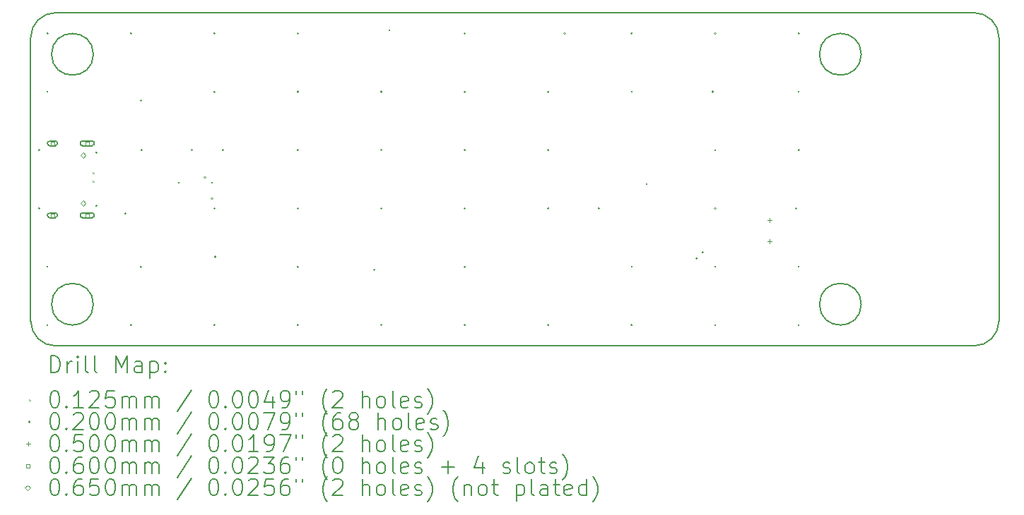
<source format=gbr>
%TF.GenerationSoftware,KiCad,Pcbnew,7.0.1-0*%
%TF.CreationDate,2023-09-15T13:21:51+02:00*%
%TF.ProjectId,letterboxsensor,6c657474-6572-4626-9f78-73656e736f72,rev?*%
%TF.SameCoordinates,Original*%
%TF.FileFunction,Drillmap*%
%TF.FilePolarity,Positive*%
%FSLAX45Y45*%
G04 Gerber Fmt 4.5, Leading zero omitted, Abs format (unit mm)*
G04 Created by KiCad (PCBNEW 7.0.1-0) date 2023-09-15 13:21:51*
%MOMM*%
%LPD*%
G01*
G04 APERTURE LIST*
%ADD10C,0.150000*%
%ADD11C,0.200000*%
%ADD12C,0.012500*%
%ADD13C,0.020000*%
%ADD14C,0.050000*%
%ADD15C,0.060000*%
%ADD16C,0.065000*%
G04 APERTURE END LIST*
D10*
X10300000Y-6750000D02*
X21300000Y-6750000D01*
X21300000Y-10750000D02*
X10300000Y-10750000D01*
X10000000Y-10450000D02*
X10000000Y-7050000D01*
X19950000Y-7250000D02*
G75*
G03*
X19950000Y-7250000I-250000J0D01*
G01*
X21600000Y-7050000D02*
X21600000Y-10450000D01*
X10000000Y-10450000D02*
G75*
G03*
X10300000Y-10750000I300000J0D01*
G01*
X21600000Y-7050000D02*
G75*
G03*
X21300000Y-6750000I-300000J0D01*
G01*
X21300000Y-10750000D02*
G75*
G03*
X21600000Y-10450000I0J300000D01*
G01*
X19950000Y-10250000D02*
G75*
G03*
X19950000Y-10250000I-250000J0D01*
G01*
X10750000Y-7250000D02*
G75*
G03*
X10750000Y-7250000I-250000J0D01*
G01*
X10300000Y-6750000D02*
G75*
G03*
X10000000Y-7050000I0J-300000D01*
G01*
X10750000Y-10250000D02*
G75*
G03*
X10750000Y-10250000I-250000J0D01*
G01*
D11*
D12*
X10743495Y-8769124D02*
X10755995Y-8781624D01*
X10755995Y-8769124D02*
X10743495Y-8781624D01*
X10743750Y-8668750D02*
X10756250Y-8681250D01*
X10756250Y-8668750D02*
X10743750Y-8681250D01*
D13*
X10110000Y-8400000D02*
G75*
G03*
X10110000Y-8400000I-10000J0D01*
G01*
X10110000Y-9100000D02*
G75*
G03*
X10110000Y-9100000I-10000J0D01*
G01*
X10210000Y-7000000D02*
G75*
G03*
X10210000Y-7000000I-10000J0D01*
G01*
X10210000Y-7700000D02*
G75*
G03*
X10210000Y-7700000I-10000J0D01*
G01*
X10210000Y-9800000D02*
G75*
G03*
X10210000Y-9800000I-10000J0D01*
G01*
X10210000Y-10500000D02*
G75*
G03*
X10210000Y-10500000I-10000J0D01*
G01*
X10795000Y-8429500D02*
G75*
G03*
X10795000Y-8429500I-10000J0D01*
G01*
X10795000Y-9069500D02*
G75*
G03*
X10795000Y-9069500I-10000J0D01*
G01*
X11142500Y-9162500D02*
G75*
G03*
X11142500Y-9162500I-10000J0D01*
G01*
X11210000Y-7000000D02*
G75*
G03*
X11210000Y-7000000I-10000J0D01*
G01*
X11210000Y-10500000D02*
G75*
G03*
X11210000Y-10500000I-10000J0D01*
G01*
X11330000Y-9800000D02*
G75*
G03*
X11330000Y-9800000I-10000J0D01*
G01*
X11332500Y-7805000D02*
G75*
G03*
X11332500Y-7805000I-10000J0D01*
G01*
X11338020Y-8400000D02*
G75*
G03*
X11338020Y-8400000I-10000J0D01*
G01*
X11785000Y-8792500D02*
G75*
G03*
X11785000Y-8792500I-10000J0D01*
G01*
X11940380Y-8400000D02*
G75*
G03*
X11940380Y-8400000I-10000J0D01*
G01*
X12097500Y-8729450D02*
G75*
G03*
X12097500Y-8729450I-10000J0D01*
G01*
X12182500Y-8792500D02*
G75*
G03*
X12182500Y-8792500I-10000J0D01*
G01*
X12182500Y-8982500D02*
G75*
G03*
X12182500Y-8982500I-10000J0D01*
G01*
X12210000Y-7000000D02*
G75*
G03*
X12210000Y-7000000I-10000J0D01*
G01*
X12210000Y-7700000D02*
G75*
G03*
X12210000Y-7700000I-10000J0D01*
G01*
X12210000Y-9100000D02*
G75*
G03*
X12210000Y-9100000I-10000J0D01*
G01*
X12210000Y-10500000D02*
G75*
G03*
X12210000Y-10500000I-10000J0D01*
G01*
X12220000Y-9680000D02*
G75*
G03*
X12220000Y-9680000I-10000J0D01*
G01*
X12310000Y-8400000D02*
G75*
G03*
X12310000Y-8400000I-10000J0D01*
G01*
X13210000Y-7000000D02*
G75*
G03*
X13210000Y-7000000I-10000J0D01*
G01*
X13210000Y-7700000D02*
G75*
G03*
X13210000Y-7700000I-10000J0D01*
G01*
X13210000Y-8400000D02*
G75*
G03*
X13210000Y-8400000I-10000J0D01*
G01*
X13210000Y-9100000D02*
G75*
G03*
X13210000Y-9100000I-10000J0D01*
G01*
X13210000Y-9800000D02*
G75*
G03*
X13210000Y-9800000I-10000J0D01*
G01*
X13210000Y-10500000D02*
G75*
G03*
X13210000Y-10500000I-10000J0D01*
G01*
X14125000Y-9837500D02*
G75*
G03*
X14125000Y-9837500I-10000J0D01*
G01*
X14210000Y-7700000D02*
G75*
G03*
X14210000Y-7700000I-10000J0D01*
G01*
X14210000Y-8400000D02*
G75*
G03*
X14210000Y-8400000I-10000J0D01*
G01*
X14210000Y-9100000D02*
G75*
G03*
X14210000Y-9100000I-10000J0D01*
G01*
X14210000Y-10500000D02*
G75*
G03*
X14210000Y-10500000I-10000J0D01*
G01*
X14307500Y-6965000D02*
G75*
G03*
X14307500Y-6965000I-10000J0D01*
G01*
X15210000Y-7000000D02*
G75*
G03*
X15210000Y-7000000I-10000J0D01*
G01*
X15210000Y-7700000D02*
G75*
G03*
X15210000Y-7700000I-10000J0D01*
G01*
X15210000Y-8400000D02*
G75*
G03*
X15210000Y-8400000I-10000J0D01*
G01*
X15210000Y-9100000D02*
G75*
G03*
X15210000Y-9100000I-10000J0D01*
G01*
X15210000Y-9800000D02*
G75*
G03*
X15210000Y-9800000I-10000J0D01*
G01*
X15210000Y-10500000D02*
G75*
G03*
X15210000Y-10500000I-10000J0D01*
G01*
X16210000Y-7700000D02*
G75*
G03*
X16210000Y-7700000I-10000J0D01*
G01*
X16210000Y-8400000D02*
G75*
G03*
X16210000Y-8400000I-10000J0D01*
G01*
X16210000Y-9100000D02*
G75*
G03*
X16210000Y-9100000I-10000J0D01*
G01*
X16210000Y-10500000D02*
G75*
G03*
X16210000Y-10500000I-10000J0D01*
G01*
X16407500Y-7000000D02*
G75*
G03*
X16407500Y-7000000I-10000J0D01*
G01*
X16815000Y-9100000D02*
G75*
G03*
X16815000Y-9100000I-10000J0D01*
G01*
X17210000Y-7000000D02*
G75*
G03*
X17210000Y-7000000I-10000J0D01*
G01*
X17210000Y-7700000D02*
G75*
G03*
X17210000Y-7700000I-10000J0D01*
G01*
X17210000Y-9800000D02*
G75*
G03*
X17210000Y-9800000I-10000J0D01*
G01*
X17210000Y-10500000D02*
G75*
G03*
X17210000Y-10500000I-10000J0D01*
G01*
X17390000Y-8807500D02*
G75*
G03*
X17390000Y-8807500I-10000J0D01*
G01*
X17987500Y-9700000D02*
G75*
G03*
X17987500Y-9700000I-10000J0D01*
G01*
X18060000Y-9627500D02*
G75*
G03*
X18060000Y-9627500I-10000J0D01*
G01*
X18180000Y-7700000D02*
G75*
G03*
X18180000Y-7700000I-10000J0D01*
G01*
X18210000Y-7000000D02*
G75*
G03*
X18210000Y-7000000I-10000J0D01*
G01*
X18210000Y-8400000D02*
G75*
G03*
X18210000Y-8400000I-10000J0D01*
G01*
X18210000Y-9100000D02*
G75*
G03*
X18210000Y-9100000I-10000J0D01*
G01*
X18210000Y-9800000D02*
G75*
G03*
X18210000Y-9800000I-10000J0D01*
G01*
X18210000Y-10500000D02*
G75*
G03*
X18210000Y-10500000I-10000J0D01*
G01*
X19180000Y-9100000D02*
G75*
G03*
X19180000Y-9100000I-10000J0D01*
G01*
X19210000Y-7000000D02*
G75*
G03*
X19210000Y-7000000I-10000J0D01*
G01*
X19210000Y-7700000D02*
G75*
G03*
X19210000Y-7700000I-10000J0D01*
G01*
X19210000Y-8400000D02*
G75*
G03*
X19210000Y-8400000I-10000J0D01*
G01*
X19210000Y-9800000D02*
G75*
G03*
X19210000Y-9800000I-10000J0D01*
G01*
X19210000Y-10500000D02*
G75*
G03*
X19210000Y-10500000I-10000J0D01*
G01*
D14*
X18855000Y-9218500D02*
X18855000Y-9268500D01*
X18830000Y-9243500D02*
X18880000Y-9243500D01*
X18855000Y-9472500D02*
X18855000Y-9522500D01*
X18830000Y-9497500D02*
X18880000Y-9497500D01*
D15*
X10281213Y-8339213D02*
X10281213Y-8296787D01*
X10238787Y-8296787D01*
X10238787Y-8339213D01*
X10281213Y-8339213D01*
D11*
X10290000Y-8288000D02*
X10230000Y-8288000D01*
X10230000Y-8288000D02*
G75*
G03*
X10230000Y-8348000I0J-30000D01*
G01*
X10230000Y-8348000D02*
X10290000Y-8348000D01*
X10290000Y-8348000D02*
G75*
G03*
X10290000Y-8288000I0J30000D01*
G01*
D15*
X10281213Y-9203213D02*
X10281213Y-9160787D01*
X10238787Y-9160787D01*
X10238787Y-9203213D01*
X10281213Y-9203213D01*
D11*
X10290000Y-9152000D02*
X10230000Y-9152000D01*
X10230000Y-9152000D02*
G75*
G03*
X10230000Y-9212000I0J-30000D01*
G01*
X10230000Y-9212000D02*
X10290000Y-9212000D01*
X10290000Y-9212000D02*
G75*
G03*
X10290000Y-9152000I0J30000D01*
G01*
D15*
X10698213Y-8339213D02*
X10698213Y-8296787D01*
X10655787Y-8296787D01*
X10655787Y-8339213D01*
X10698213Y-8339213D01*
D11*
X10732000Y-8288000D02*
X10622000Y-8288000D01*
X10622000Y-8288000D02*
G75*
G03*
X10622000Y-8348000I0J-30000D01*
G01*
X10622000Y-8348000D02*
X10732000Y-8348000D01*
X10732000Y-8348000D02*
G75*
G03*
X10732000Y-8288000I0J30000D01*
G01*
D15*
X10698213Y-9203213D02*
X10698213Y-9160787D01*
X10655787Y-9160787D01*
X10655787Y-9203213D01*
X10698213Y-9203213D01*
D11*
X10732000Y-9152000D02*
X10622000Y-9152000D01*
X10622000Y-9152000D02*
G75*
G03*
X10622000Y-9212000I0J-30000D01*
G01*
X10622000Y-9212000D02*
X10732000Y-9212000D01*
X10732000Y-9212000D02*
G75*
G03*
X10732000Y-9152000I0J30000D01*
G01*
D16*
X10628000Y-8493500D02*
X10660500Y-8461000D01*
X10628000Y-8428500D01*
X10595500Y-8461000D01*
X10628000Y-8493500D01*
X10628000Y-9071500D02*
X10660500Y-9039000D01*
X10628000Y-9006500D01*
X10595500Y-9039000D01*
X10628000Y-9071500D01*
D11*
X10240119Y-11070024D02*
X10240119Y-10870024D01*
X10240119Y-10870024D02*
X10287738Y-10870024D01*
X10287738Y-10870024D02*
X10316310Y-10879548D01*
X10316310Y-10879548D02*
X10335357Y-10898595D01*
X10335357Y-10898595D02*
X10344881Y-10917643D01*
X10344881Y-10917643D02*
X10354405Y-10955738D01*
X10354405Y-10955738D02*
X10354405Y-10984310D01*
X10354405Y-10984310D02*
X10344881Y-11022405D01*
X10344881Y-11022405D02*
X10335357Y-11041452D01*
X10335357Y-11041452D02*
X10316310Y-11060500D01*
X10316310Y-11060500D02*
X10287738Y-11070024D01*
X10287738Y-11070024D02*
X10240119Y-11070024D01*
X10440119Y-11070024D02*
X10440119Y-10936690D01*
X10440119Y-10974786D02*
X10449643Y-10955738D01*
X10449643Y-10955738D02*
X10459167Y-10946214D01*
X10459167Y-10946214D02*
X10478214Y-10936690D01*
X10478214Y-10936690D02*
X10497262Y-10936690D01*
X10563929Y-11070024D02*
X10563929Y-10936690D01*
X10563929Y-10870024D02*
X10554405Y-10879548D01*
X10554405Y-10879548D02*
X10563929Y-10889071D01*
X10563929Y-10889071D02*
X10573452Y-10879548D01*
X10573452Y-10879548D02*
X10563929Y-10870024D01*
X10563929Y-10870024D02*
X10563929Y-10889071D01*
X10687738Y-11070024D02*
X10668690Y-11060500D01*
X10668690Y-11060500D02*
X10659167Y-11041452D01*
X10659167Y-11041452D02*
X10659167Y-10870024D01*
X10792500Y-11070024D02*
X10773452Y-11060500D01*
X10773452Y-11060500D02*
X10763929Y-11041452D01*
X10763929Y-11041452D02*
X10763929Y-10870024D01*
X11021071Y-11070024D02*
X11021071Y-10870024D01*
X11021071Y-10870024D02*
X11087738Y-11012881D01*
X11087738Y-11012881D02*
X11154405Y-10870024D01*
X11154405Y-10870024D02*
X11154405Y-11070024D01*
X11335357Y-11070024D02*
X11335357Y-10965262D01*
X11335357Y-10965262D02*
X11325833Y-10946214D01*
X11325833Y-10946214D02*
X11306786Y-10936690D01*
X11306786Y-10936690D02*
X11268690Y-10936690D01*
X11268690Y-10936690D02*
X11249643Y-10946214D01*
X11335357Y-11060500D02*
X11316309Y-11070024D01*
X11316309Y-11070024D02*
X11268690Y-11070024D01*
X11268690Y-11070024D02*
X11249643Y-11060500D01*
X11249643Y-11060500D02*
X11240119Y-11041452D01*
X11240119Y-11041452D02*
X11240119Y-11022405D01*
X11240119Y-11022405D02*
X11249643Y-11003357D01*
X11249643Y-11003357D02*
X11268690Y-10993833D01*
X11268690Y-10993833D02*
X11316309Y-10993833D01*
X11316309Y-10993833D02*
X11335357Y-10984310D01*
X11430595Y-10936690D02*
X11430595Y-11136690D01*
X11430595Y-10946214D02*
X11449643Y-10936690D01*
X11449643Y-10936690D02*
X11487738Y-10936690D01*
X11487738Y-10936690D02*
X11506786Y-10946214D01*
X11506786Y-10946214D02*
X11516309Y-10955738D01*
X11516309Y-10955738D02*
X11525833Y-10974786D01*
X11525833Y-10974786D02*
X11525833Y-11031929D01*
X11525833Y-11031929D02*
X11516309Y-11050976D01*
X11516309Y-11050976D02*
X11506786Y-11060500D01*
X11506786Y-11060500D02*
X11487738Y-11070024D01*
X11487738Y-11070024D02*
X11449643Y-11070024D01*
X11449643Y-11070024D02*
X11430595Y-11060500D01*
X11611548Y-11050976D02*
X11621071Y-11060500D01*
X11621071Y-11060500D02*
X11611548Y-11070024D01*
X11611548Y-11070024D02*
X11602024Y-11060500D01*
X11602024Y-11060500D02*
X11611548Y-11050976D01*
X11611548Y-11050976D02*
X11611548Y-11070024D01*
X11611548Y-10946214D02*
X11621071Y-10955738D01*
X11621071Y-10955738D02*
X11611548Y-10965262D01*
X11611548Y-10965262D02*
X11602024Y-10955738D01*
X11602024Y-10955738D02*
X11611548Y-10946214D01*
X11611548Y-10946214D02*
X11611548Y-10965262D01*
D12*
X9980000Y-11391250D02*
X9992500Y-11403750D01*
X9992500Y-11391250D02*
X9980000Y-11403750D01*
D11*
X10278214Y-11290024D02*
X10297262Y-11290024D01*
X10297262Y-11290024D02*
X10316310Y-11299548D01*
X10316310Y-11299548D02*
X10325833Y-11309071D01*
X10325833Y-11309071D02*
X10335357Y-11328119D01*
X10335357Y-11328119D02*
X10344881Y-11366214D01*
X10344881Y-11366214D02*
X10344881Y-11413833D01*
X10344881Y-11413833D02*
X10335357Y-11451928D01*
X10335357Y-11451928D02*
X10325833Y-11470976D01*
X10325833Y-11470976D02*
X10316310Y-11480500D01*
X10316310Y-11480500D02*
X10297262Y-11490024D01*
X10297262Y-11490024D02*
X10278214Y-11490024D01*
X10278214Y-11490024D02*
X10259167Y-11480500D01*
X10259167Y-11480500D02*
X10249643Y-11470976D01*
X10249643Y-11470976D02*
X10240119Y-11451928D01*
X10240119Y-11451928D02*
X10230595Y-11413833D01*
X10230595Y-11413833D02*
X10230595Y-11366214D01*
X10230595Y-11366214D02*
X10240119Y-11328119D01*
X10240119Y-11328119D02*
X10249643Y-11309071D01*
X10249643Y-11309071D02*
X10259167Y-11299548D01*
X10259167Y-11299548D02*
X10278214Y-11290024D01*
X10430595Y-11470976D02*
X10440119Y-11480500D01*
X10440119Y-11480500D02*
X10430595Y-11490024D01*
X10430595Y-11490024D02*
X10421071Y-11480500D01*
X10421071Y-11480500D02*
X10430595Y-11470976D01*
X10430595Y-11470976D02*
X10430595Y-11490024D01*
X10630595Y-11490024D02*
X10516310Y-11490024D01*
X10573452Y-11490024D02*
X10573452Y-11290024D01*
X10573452Y-11290024D02*
X10554405Y-11318595D01*
X10554405Y-11318595D02*
X10535357Y-11337643D01*
X10535357Y-11337643D02*
X10516310Y-11347167D01*
X10706786Y-11309071D02*
X10716310Y-11299548D01*
X10716310Y-11299548D02*
X10735357Y-11290024D01*
X10735357Y-11290024D02*
X10782976Y-11290024D01*
X10782976Y-11290024D02*
X10802024Y-11299548D01*
X10802024Y-11299548D02*
X10811548Y-11309071D01*
X10811548Y-11309071D02*
X10821071Y-11328119D01*
X10821071Y-11328119D02*
X10821071Y-11347167D01*
X10821071Y-11347167D02*
X10811548Y-11375738D01*
X10811548Y-11375738D02*
X10697262Y-11490024D01*
X10697262Y-11490024D02*
X10821071Y-11490024D01*
X11002024Y-11290024D02*
X10906786Y-11290024D01*
X10906786Y-11290024D02*
X10897262Y-11385262D01*
X10897262Y-11385262D02*
X10906786Y-11375738D01*
X10906786Y-11375738D02*
X10925833Y-11366214D01*
X10925833Y-11366214D02*
X10973452Y-11366214D01*
X10973452Y-11366214D02*
X10992500Y-11375738D01*
X10992500Y-11375738D02*
X11002024Y-11385262D01*
X11002024Y-11385262D02*
X11011548Y-11404309D01*
X11011548Y-11404309D02*
X11011548Y-11451928D01*
X11011548Y-11451928D02*
X11002024Y-11470976D01*
X11002024Y-11470976D02*
X10992500Y-11480500D01*
X10992500Y-11480500D02*
X10973452Y-11490024D01*
X10973452Y-11490024D02*
X10925833Y-11490024D01*
X10925833Y-11490024D02*
X10906786Y-11480500D01*
X10906786Y-11480500D02*
X10897262Y-11470976D01*
X11097262Y-11490024D02*
X11097262Y-11356690D01*
X11097262Y-11375738D02*
X11106786Y-11366214D01*
X11106786Y-11366214D02*
X11125833Y-11356690D01*
X11125833Y-11356690D02*
X11154405Y-11356690D01*
X11154405Y-11356690D02*
X11173452Y-11366214D01*
X11173452Y-11366214D02*
X11182976Y-11385262D01*
X11182976Y-11385262D02*
X11182976Y-11490024D01*
X11182976Y-11385262D02*
X11192500Y-11366214D01*
X11192500Y-11366214D02*
X11211548Y-11356690D01*
X11211548Y-11356690D02*
X11240119Y-11356690D01*
X11240119Y-11356690D02*
X11259167Y-11366214D01*
X11259167Y-11366214D02*
X11268690Y-11385262D01*
X11268690Y-11385262D02*
X11268690Y-11490024D01*
X11363929Y-11490024D02*
X11363929Y-11356690D01*
X11363929Y-11375738D02*
X11373452Y-11366214D01*
X11373452Y-11366214D02*
X11392500Y-11356690D01*
X11392500Y-11356690D02*
X11421071Y-11356690D01*
X11421071Y-11356690D02*
X11440119Y-11366214D01*
X11440119Y-11366214D02*
X11449643Y-11385262D01*
X11449643Y-11385262D02*
X11449643Y-11490024D01*
X11449643Y-11385262D02*
X11459167Y-11366214D01*
X11459167Y-11366214D02*
X11478214Y-11356690D01*
X11478214Y-11356690D02*
X11506786Y-11356690D01*
X11506786Y-11356690D02*
X11525833Y-11366214D01*
X11525833Y-11366214D02*
X11535357Y-11385262D01*
X11535357Y-11385262D02*
X11535357Y-11490024D01*
X11925833Y-11280500D02*
X11754405Y-11537643D01*
X12182976Y-11290024D02*
X12202024Y-11290024D01*
X12202024Y-11290024D02*
X12221072Y-11299548D01*
X12221072Y-11299548D02*
X12230595Y-11309071D01*
X12230595Y-11309071D02*
X12240119Y-11328119D01*
X12240119Y-11328119D02*
X12249643Y-11366214D01*
X12249643Y-11366214D02*
X12249643Y-11413833D01*
X12249643Y-11413833D02*
X12240119Y-11451928D01*
X12240119Y-11451928D02*
X12230595Y-11470976D01*
X12230595Y-11470976D02*
X12221072Y-11480500D01*
X12221072Y-11480500D02*
X12202024Y-11490024D01*
X12202024Y-11490024D02*
X12182976Y-11490024D01*
X12182976Y-11490024D02*
X12163929Y-11480500D01*
X12163929Y-11480500D02*
X12154405Y-11470976D01*
X12154405Y-11470976D02*
X12144881Y-11451928D01*
X12144881Y-11451928D02*
X12135357Y-11413833D01*
X12135357Y-11413833D02*
X12135357Y-11366214D01*
X12135357Y-11366214D02*
X12144881Y-11328119D01*
X12144881Y-11328119D02*
X12154405Y-11309071D01*
X12154405Y-11309071D02*
X12163929Y-11299548D01*
X12163929Y-11299548D02*
X12182976Y-11290024D01*
X12335357Y-11470976D02*
X12344881Y-11480500D01*
X12344881Y-11480500D02*
X12335357Y-11490024D01*
X12335357Y-11490024D02*
X12325833Y-11480500D01*
X12325833Y-11480500D02*
X12335357Y-11470976D01*
X12335357Y-11470976D02*
X12335357Y-11490024D01*
X12468691Y-11290024D02*
X12487738Y-11290024D01*
X12487738Y-11290024D02*
X12506786Y-11299548D01*
X12506786Y-11299548D02*
X12516310Y-11309071D01*
X12516310Y-11309071D02*
X12525833Y-11328119D01*
X12525833Y-11328119D02*
X12535357Y-11366214D01*
X12535357Y-11366214D02*
X12535357Y-11413833D01*
X12535357Y-11413833D02*
X12525833Y-11451928D01*
X12525833Y-11451928D02*
X12516310Y-11470976D01*
X12516310Y-11470976D02*
X12506786Y-11480500D01*
X12506786Y-11480500D02*
X12487738Y-11490024D01*
X12487738Y-11490024D02*
X12468691Y-11490024D01*
X12468691Y-11490024D02*
X12449643Y-11480500D01*
X12449643Y-11480500D02*
X12440119Y-11470976D01*
X12440119Y-11470976D02*
X12430595Y-11451928D01*
X12430595Y-11451928D02*
X12421072Y-11413833D01*
X12421072Y-11413833D02*
X12421072Y-11366214D01*
X12421072Y-11366214D02*
X12430595Y-11328119D01*
X12430595Y-11328119D02*
X12440119Y-11309071D01*
X12440119Y-11309071D02*
X12449643Y-11299548D01*
X12449643Y-11299548D02*
X12468691Y-11290024D01*
X12659167Y-11290024D02*
X12678214Y-11290024D01*
X12678214Y-11290024D02*
X12697262Y-11299548D01*
X12697262Y-11299548D02*
X12706786Y-11309071D01*
X12706786Y-11309071D02*
X12716310Y-11328119D01*
X12716310Y-11328119D02*
X12725833Y-11366214D01*
X12725833Y-11366214D02*
X12725833Y-11413833D01*
X12725833Y-11413833D02*
X12716310Y-11451928D01*
X12716310Y-11451928D02*
X12706786Y-11470976D01*
X12706786Y-11470976D02*
X12697262Y-11480500D01*
X12697262Y-11480500D02*
X12678214Y-11490024D01*
X12678214Y-11490024D02*
X12659167Y-11490024D01*
X12659167Y-11490024D02*
X12640119Y-11480500D01*
X12640119Y-11480500D02*
X12630595Y-11470976D01*
X12630595Y-11470976D02*
X12621072Y-11451928D01*
X12621072Y-11451928D02*
X12611548Y-11413833D01*
X12611548Y-11413833D02*
X12611548Y-11366214D01*
X12611548Y-11366214D02*
X12621072Y-11328119D01*
X12621072Y-11328119D02*
X12630595Y-11309071D01*
X12630595Y-11309071D02*
X12640119Y-11299548D01*
X12640119Y-11299548D02*
X12659167Y-11290024D01*
X12897262Y-11356690D02*
X12897262Y-11490024D01*
X12849643Y-11280500D02*
X12802024Y-11423357D01*
X12802024Y-11423357D02*
X12925833Y-11423357D01*
X13011548Y-11490024D02*
X13049643Y-11490024D01*
X13049643Y-11490024D02*
X13068691Y-11480500D01*
X13068691Y-11480500D02*
X13078214Y-11470976D01*
X13078214Y-11470976D02*
X13097262Y-11442405D01*
X13097262Y-11442405D02*
X13106786Y-11404309D01*
X13106786Y-11404309D02*
X13106786Y-11328119D01*
X13106786Y-11328119D02*
X13097262Y-11309071D01*
X13097262Y-11309071D02*
X13087738Y-11299548D01*
X13087738Y-11299548D02*
X13068691Y-11290024D01*
X13068691Y-11290024D02*
X13030595Y-11290024D01*
X13030595Y-11290024D02*
X13011548Y-11299548D01*
X13011548Y-11299548D02*
X13002024Y-11309071D01*
X13002024Y-11309071D02*
X12992500Y-11328119D01*
X12992500Y-11328119D02*
X12992500Y-11375738D01*
X12992500Y-11375738D02*
X13002024Y-11394786D01*
X13002024Y-11394786D02*
X13011548Y-11404309D01*
X13011548Y-11404309D02*
X13030595Y-11413833D01*
X13030595Y-11413833D02*
X13068691Y-11413833D01*
X13068691Y-11413833D02*
X13087738Y-11404309D01*
X13087738Y-11404309D02*
X13097262Y-11394786D01*
X13097262Y-11394786D02*
X13106786Y-11375738D01*
X13182976Y-11290024D02*
X13182976Y-11328119D01*
X13259167Y-11290024D02*
X13259167Y-11328119D01*
X13554405Y-11566214D02*
X13544881Y-11556690D01*
X13544881Y-11556690D02*
X13525834Y-11528119D01*
X13525834Y-11528119D02*
X13516310Y-11509071D01*
X13516310Y-11509071D02*
X13506786Y-11480500D01*
X13506786Y-11480500D02*
X13497262Y-11432881D01*
X13497262Y-11432881D02*
X13497262Y-11394786D01*
X13497262Y-11394786D02*
X13506786Y-11347167D01*
X13506786Y-11347167D02*
X13516310Y-11318595D01*
X13516310Y-11318595D02*
X13525834Y-11299548D01*
X13525834Y-11299548D02*
X13544881Y-11270976D01*
X13544881Y-11270976D02*
X13554405Y-11261452D01*
X13621072Y-11309071D02*
X13630595Y-11299548D01*
X13630595Y-11299548D02*
X13649643Y-11290024D01*
X13649643Y-11290024D02*
X13697262Y-11290024D01*
X13697262Y-11290024D02*
X13716310Y-11299548D01*
X13716310Y-11299548D02*
X13725834Y-11309071D01*
X13725834Y-11309071D02*
X13735357Y-11328119D01*
X13735357Y-11328119D02*
X13735357Y-11347167D01*
X13735357Y-11347167D02*
X13725834Y-11375738D01*
X13725834Y-11375738D02*
X13611548Y-11490024D01*
X13611548Y-11490024D02*
X13735357Y-11490024D01*
X13973453Y-11490024D02*
X13973453Y-11290024D01*
X14059167Y-11490024D02*
X14059167Y-11385262D01*
X14059167Y-11385262D02*
X14049643Y-11366214D01*
X14049643Y-11366214D02*
X14030596Y-11356690D01*
X14030596Y-11356690D02*
X14002024Y-11356690D01*
X14002024Y-11356690D02*
X13982976Y-11366214D01*
X13982976Y-11366214D02*
X13973453Y-11375738D01*
X14182976Y-11490024D02*
X14163929Y-11480500D01*
X14163929Y-11480500D02*
X14154405Y-11470976D01*
X14154405Y-11470976D02*
X14144881Y-11451928D01*
X14144881Y-11451928D02*
X14144881Y-11394786D01*
X14144881Y-11394786D02*
X14154405Y-11375738D01*
X14154405Y-11375738D02*
X14163929Y-11366214D01*
X14163929Y-11366214D02*
X14182976Y-11356690D01*
X14182976Y-11356690D02*
X14211548Y-11356690D01*
X14211548Y-11356690D02*
X14230596Y-11366214D01*
X14230596Y-11366214D02*
X14240119Y-11375738D01*
X14240119Y-11375738D02*
X14249643Y-11394786D01*
X14249643Y-11394786D02*
X14249643Y-11451928D01*
X14249643Y-11451928D02*
X14240119Y-11470976D01*
X14240119Y-11470976D02*
X14230596Y-11480500D01*
X14230596Y-11480500D02*
X14211548Y-11490024D01*
X14211548Y-11490024D02*
X14182976Y-11490024D01*
X14363929Y-11490024D02*
X14344881Y-11480500D01*
X14344881Y-11480500D02*
X14335357Y-11461452D01*
X14335357Y-11461452D02*
X14335357Y-11290024D01*
X14516310Y-11480500D02*
X14497262Y-11490024D01*
X14497262Y-11490024D02*
X14459167Y-11490024D01*
X14459167Y-11490024D02*
X14440119Y-11480500D01*
X14440119Y-11480500D02*
X14430596Y-11461452D01*
X14430596Y-11461452D02*
X14430596Y-11385262D01*
X14430596Y-11385262D02*
X14440119Y-11366214D01*
X14440119Y-11366214D02*
X14459167Y-11356690D01*
X14459167Y-11356690D02*
X14497262Y-11356690D01*
X14497262Y-11356690D02*
X14516310Y-11366214D01*
X14516310Y-11366214D02*
X14525834Y-11385262D01*
X14525834Y-11385262D02*
X14525834Y-11404309D01*
X14525834Y-11404309D02*
X14430596Y-11423357D01*
X14602024Y-11480500D02*
X14621072Y-11490024D01*
X14621072Y-11490024D02*
X14659167Y-11490024D01*
X14659167Y-11490024D02*
X14678215Y-11480500D01*
X14678215Y-11480500D02*
X14687738Y-11461452D01*
X14687738Y-11461452D02*
X14687738Y-11451928D01*
X14687738Y-11451928D02*
X14678215Y-11432881D01*
X14678215Y-11432881D02*
X14659167Y-11423357D01*
X14659167Y-11423357D02*
X14630596Y-11423357D01*
X14630596Y-11423357D02*
X14611548Y-11413833D01*
X14611548Y-11413833D02*
X14602024Y-11394786D01*
X14602024Y-11394786D02*
X14602024Y-11385262D01*
X14602024Y-11385262D02*
X14611548Y-11366214D01*
X14611548Y-11366214D02*
X14630596Y-11356690D01*
X14630596Y-11356690D02*
X14659167Y-11356690D01*
X14659167Y-11356690D02*
X14678215Y-11366214D01*
X14754405Y-11566214D02*
X14763929Y-11556690D01*
X14763929Y-11556690D02*
X14782977Y-11528119D01*
X14782977Y-11528119D02*
X14792500Y-11509071D01*
X14792500Y-11509071D02*
X14802024Y-11480500D01*
X14802024Y-11480500D02*
X14811548Y-11432881D01*
X14811548Y-11432881D02*
X14811548Y-11394786D01*
X14811548Y-11394786D02*
X14802024Y-11347167D01*
X14802024Y-11347167D02*
X14792500Y-11318595D01*
X14792500Y-11318595D02*
X14782977Y-11299548D01*
X14782977Y-11299548D02*
X14763929Y-11270976D01*
X14763929Y-11270976D02*
X14754405Y-11261452D01*
D13*
X9992500Y-11661500D02*
G75*
G03*
X9992500Y-11661500I-10000J0D01*
G01*
D11*
X10278214Y-11554024D02*
X10297262Y-11554024D01*
X10297262Y-11554024D02*
X10316310Y-11563548D01*
X10316310Y-11563548D02*
X10325833Y-11573071D01*
X10325833Y-11573071D02*
X10335357Y-11592119D01*
X10335357Y-11592119D02*
X10344881Y-11630214D01*
X10344881Y-11630214D02*
X10344881Y-11677833D01*
X10344881Y-11677833D02*
X10335357Y-11715928D01*
X10335357Y-11715928D02*
X10325833Y-11734976D01*
X10325833Y-11734976D02*
X10316310Y-11744500D01*
X10316310Y-11744500D02*
X10297262Y-11754024D01*
X10297262Y-11754024D02*
X10278214Y-11754024D01*
X10278214Y-11754024D02*
X10259167Y-11744500D01*
X10259167Y-11744500D02*
X10249643Y-11734976D01*
X10249643Y-11734976D02*
X10240119Y-11715928D01*
X10240119Y-11715928D02*
X10230595Y-11677833D01*
X10230595Y-11677833D02*
X10230595Y-11630214D01*
X10230595Y-11630214D02*
X10240119Y-11592119D01*
X10240119Y-11592119D02*
X10249643Y-11573071D01*
X10249643Y-11573071D02*
X10259167Y-11563548D01*
X10259167Y-11563548D02*
X10278214Y-11554024D01*
X10430595Y-11734976D02*
X10440119Y-11744500D01*
X10440119Y-11744500D02*
X10430595Y-11754024D01*
X10430595Y-11754024D02*
X10421071Y-11744500D01*
X10421071Y-11744500D02*
X10430595Y-11734976D01*
X10430595Y-11734976D02*
X10430595Y-11754024D01*
X10516310Y-11573071D02*
X10525833Y-11563548D01*
X10525833Y-11563548D02*
X10544881Y-11554024D01*
X10544881Y-11554024D02*
X10592500Y-11554024D01*
X10592500Y-11554024D02*
X10611548Y-11563548D01*
X10611548Y-11563548D02*
X10621071Y-11573071D01*
X10621071Y-11573071D02*
X10630595Y-11592119D01*
X10630595Y-11592119D02*
X10630595Y-11611167D01*
X10630595Y-11611167D02*
X10621071Y-11639738D01*
X10621071Y-11639738D02*
X10506786Y-11754024D01*
X10506786Y-11754024D02*
X10630595Y-11754024D01*
X10754405Y-11554024D02*
X10773452Y-11554024D01*
X10773452Y-11554024D02*
X10792500Y-11563548D01*
X10792500Y-11563548D02*
X10802024Y-11573071D01*
X10802024Y-11573071D02*
X10811548Y-11592119D01*
X10811548Y-11592119D02*
X10821071Y-11630214D01*
X10821071Y-11630214D02*
X10821071Y-11677833D01*
X10821071Y-11677833D02*
X10811548Y-11715928D01*
X10811548Y-11715928D02*
X10802024Y-11734976D01*
X10802024Y-11734976D02*
X10792500Y-11744500D01*
X10792500Y-11744500D02*
X10773452Y-11754024D01*
X10773452Y-11754024D02*
X10754405Y-11754024D01*
X10754405Y-11754024D02*
X10735357Y-11744500D01*
X10735357Y-11744500D02*
X10725833Y-11734976D01*
X10725833Y-11734976D02*
X10716310Y-11715928D01*
X10716310Y-11715928D02*
X10706786Y-11677833D01*
X10706786Y-11677833D02*
X10706786Y-11630214D01*
X10706786Y-11630214D02*
X10716310Y-11592119D01*
X10716310Y-11592119D02*
X10725833Y-11573071D01*
X10725833Y-11573071D02*
X10735357Y-11563548D01*
X10735357Y-11563548D02*
X10754405Y-11554024D01*
X10944881Y-11554024D02*
X10963929Y-11554024D01*
X10963929Y-11554024D02*
X10982976Y-11563548D01*
X10982976Y-11563548D02*
X10992500Y-11573071D01*
X10992500Y-11573071D02*
X11002024Y-11592119D01*
X11002024Y-11592119D02*
X11011548Y-11630214D01*
X11011548Y-11630214D02*
X11011548Y-11677833D01*
X11011548Y-11677833D02*
X11002024Y-11715928D01*
X11002024Y-11715928D02*
X10992500Y-11734976D01*
X10992500Y-11734976D02*
X10982976Y-11744500D01*
X10982976Y-11744500D02*
X10963929Y-11754024D01*
X10963929Y-11754024D02*
X10944881Y-11754024D01*
X10944881Y-11754024D02*
X10925833Y-11744500D01*
X10925833Y-11744500D02*
X10916310Y-11734976D01*
X10916310Y-11734976D02*
X10906786Y-11715928D01*
X10906786Y-11715928D02*
X10897262Y-11677833D01*
X10897262Y-11677833D02*
X10897262Y-11630214D01*
X10897262Y-11630214D02*
X10906786Y-11592119D01*
X10906786Y-11592119D02*
X10916310Y-11573071D01*
X10916310Y-11573071D02*
X10925833Y-11563548D01*
X10925833Y-11563548D02*
X10944881Y-11554024D01*
X11097262Y-11754024D02*
X11097262Y-11620690D01*
X11097262Y-11639738D02*
X11106786Y-11630214D01*
X11106786Y-11630214D02*
X11125833Y-11620690D01*
X11125833Y-11620690D02*
X11154405Y-11620690D01*
X11154405Y-11620690D02*
X11173452Y-11630214D01*
X11173452Y-11630214D02*
X11182976Y-11649262D01*
X11182976Y-11649262D02*
X11182976Y-11754024D01*
X11182976Y-11649262D02*
X11192500Y-11630214D01*
X11192500Y-11630214D02*
X11211548Y-11620690D01*
X11211548Y-11620690D02*
X11240119Y-11620690D01*
X11240119Y-11620690D02*
X11259167Y-11630214D01*
X11259167Y-11630214D02*
X11268690Y-11649262D01*
X11268690Y-11649262D02*
X11268690Y-11754024D01*
X11363929Y-11754024D02*
X11363929Y-11620690D01*
X11363929Y-11639738D02*
X11373452Y-11630214D01*
X11373452Y-11630214D02*
X11392500Y-11620690D01*
X11392500Y-11620690D02*
X11421071Y-11620690D01*
X11421071Y-11620690D02*
X11440119Y-11630214D01*
X11440119Y-11630214D02*
X11449643Y-11649262D01*
X11449643Y-11649262D02*
X11449643Y-11754024D01*
X11449643Y-11649262D02*
X11459167Y-11630214D01*
X11459167Y-11630214D02*
X11478214Y-11620690D01*
X11478214Y-11620690D02*
X11506786Y-11620690D01*
X11506786Y-11620690D02*
X11525833Y-11630214D01*
X11525833Y-11630214D02*
X11535357Y-11649262D01*
X11535357Y-11649262D02*
X11535357Y-11754024D01*
X11925833Y-11544500D02*
X11754405Y-11801643D01*
X12182976Y-11554024D02*
X12202024Y-11554024D01*
X12202024Y-11554024D02*
X12221072Y-11563548D01*
X12221072Y-11563548D02*
X12230595Y-11573071D01*
X12230595Y-11573071D02*
X12240119Y-11592119D01*
X12240119Y-11592119D02*
X12249643Y-11630214D01*
X12249643Y-11630214D02*
X12249643Y-11677833D01*
X12249643Y-11677833D02*
X12240119Y-11715928D01*
X12240119Y-11715928D02*
X12230595Y-11734976D01*
X12230595Y-11734976D02*
X12221072Y-11744500D01*
X12221072Y-11744500D02*
X12202024Y-11754024D01*
X12202024Y-11754024D02*
X12182976Y-11754024D01*
X12182976Y-11754024D02*
X12163929Y-11744500D01*
X12163929Y-11744500D02*
X12154405Y-11734976D01*
X12154405Y-11734976D02*
X12144881Y-11715928D01*
X12144881Y-11715928D02*
X12135357Y-11677833D01*
X12135357Y-11677833D02*
X12135357Y-11630214D01*
X12135357Y-11630214D02*
X12144881Y-11592119D01*
X12144881Y-11592119D02*
X12154405Y-11573071D01*
X12154405Y-11573071D02*
X12163929Y-11563548D01*
X12163929Y-11563548D02*
X12182976Y-11554024D01*
X12335357Y-11734976D02*
X12344881Y-11744500D01*
X12344881Y-11744500D02*
X12335357Y-11754024D01*
X12335357Y-11754024D02*
X12325833Y-11744500D01*
X12325833Y-11744500D02*
X12335357Y-11734976D01*
X12335357Y-11734976D02*
X12335357Y-11754024D01*
X12468691Y-11554024D02*
X12487738Y-11554024D01*
X12487738Y-11554024D02*
X12506786Y-11563548D01*
X12506786Y-11563548D02*
X12516310Y-11573071D01*
X12516310Y-11573071D02*
X12525833Y-11592119D01*
X12525833Y-11592119D02*
X12535357Y-11630214D01*
X12535357Y-11630214D02*
X12535357Y-11677833D01*
X12535357Y-11677833D02*
X12525833Y-11715928D01*
X12525833Y-11715928D02*
X12516310Y-11734976D01*
X12516310Y-11734976D02*
X12506786Y-11744500D01*
X12506786Y-11744500D02*
X12487738Y-11754024D01*
X12487738Y-11754024D02*
X12468691Y-11754024D01*
X12468691Y-11754024D02*
X12449643Y-11744500D01*
X12449643Y-11744500D02*
X12440119Y-11734976D01*
X12440119Y-11734976D02*
X12430595Y-11715928D01*
X12430595Y-11715928D02*
X12421072Y-11677833D01*
X12421072Y-11677833D02*
X12421072Y-11630214D01*
X12421072Y-11630214D02*
X12430595Y-11592119D01*
X12430595Y-11592119D02*
X12440119Y-11573071D01*
X12440119Y-11573071D02*
X12449643Y-11563548D01*
X12449643Y-11563548D02*
X12468691Y-11554024D01*
X12659167Y-11554024D02*
X12678214Y-11554024D01*
X12678214Y-11554024D02*
X12697262Y-11563548D01*
X12697262Y-11563548D02*
X12706786Y-11573071D01*
X12706786Y-11573071D02*
X12716310Y-11592119D01*
X12716310Y-11592119D02*
X12725833Y-11630214D01*
X12725833Y-11630214D02*
X12725833Y-11677833D01*
X12725833Y-11677833D02*
X12716310Y-11715928D01*
X12716310Y-11715928D02*
X12706786Y-11734976D01*
X12706786Y-11734976D02*
X12697262Y-11744500D01*
X12697262Y-11744500D02*
X12678214Y-11754024D01*
X12678214Y-11754024D02*
X12659167Y-11754024D01*
X12659167Y-11754024D02*
X12640119Y-11744500D01*
X12640119Y-11744500D02*
X12630595Y-11734976D01*
X12630595Y-11734976D02*
X12621072Y-11715928D01*
X12621072Y-11715928D02*
X12611548Y-11677833D01*
X12611548Y-11677833D02*
X12611548Y-11630214D01*
X12611548Y-11630214D02*
X12621072Y-11592119D01*
X12621072Y-11592119D02*
X12630595Y-11573071D01*
X12630595Y-11573071D02*
X12640119Y-11563548D01*
X12640119Y-11563548D02*
X12659167Y-11554024D01*
X12792500Y-11554024D02*
X12925833Y-11554024D01*
X12925833Y-11554024D02*
X12840119Y-11754024D01*
X13011548Y-11754024D02*
X13049643Y-11754024D01*
X13049643Y-11754024D02*
X13068691Y-11744500D01*
X13068691Y-11744500D02*
X13078214Y-11734976D01*
X13078214Y-11734976D02*
X13097262Y-11706405D01*
X13097262Y-11706405D02*
X13106786Y-11668309D01*
X13106786Y-11668309D02*
X13106786Y-11592119D01*
X13106786Y-11592119D02*
X13097262Y-11573071D01*
X13097262Y-11573071D02*
X13087738Y-11563548D01*
X13087738Y-11563548D02*
X13068691Y-11554024D01*
X13068691Y-11554024D02*
X13030595Y-11554024D01*
X13030595Y-11554024D02*
X13011548Y-11563548D01*
X13011548Y-11563548D02*
X13002024Y-11573071D01*
X13002024Y-11573071D02*
X12992500Y-11592119D01*
X12992500Y-11592119D02*
X12992500Y-11639738D01*
X12992500Y-11639738D02*
X13002024Y-11658786D01*
X13002024Y-11658786D02*
X13011548Y-11668309D01*
X13011548Y-11668309D02*
X13030595Y-11677833D01*
X13030595Y-11677833D02*
X13068691Y-11677833D01*
X13068691Y-11677833D02*
X13087738Y-11668309D01*
X13087738Y-11668309D02*
X13097262Y-11658786D01*
X13097262Y-11658786D02*
X13106786Y-11639738D01*
X13182976Y-11554024D02*
X13182976Y-11592119D01*
X13259167Y-11554024D02*
X13259167Y-11592119D01*
X13554405Y-11830214D02*
X13544881Y-11820690D01*
X13544881Y-11820690D02*
X13525834Y-11792119D01*
X13525834Y-11792119D02*
X13516310Y-11773071D01*
X13516310Y-11773071D02*
X13506786Y-11744500D01*
X13506786Y-11744500D02*
X13497262Y-11696881D01*
X13497262Y-11696881D02*
X13497262Y-11658786D01*
X13497262Y-11658786D02*
X13506786Y-11611167D01*
X13506786Y-11611167D02*
X13516310Y-11582595D01*
X13516310Y-11582595D02*
X13525834Y-11563548D01*
X13525834Y-11563548D02*
X13544881Y-11534976D01*
X13544881Y-11534976D02*
X13554405Y-11525452D01*
X13716310Y-11554024D02*
X13678214Y-11554024D01*
X13678214Y-11554024D02*
X13659167Y-11563548D01*
X13659167Y-11563548D02*
X13649643Y-11573071D01*
X13649643Y-11573071D02*
X13630595Y-11601643D01*
X13630595Y-11601643D02*
X13621072Y-11639738D01*
X13621072Y-11639738D02*
X13621072Y-11715928D01*
X13621072Y-11715928D02*
X13630595Y-11734976D01*
X13630595Y-11734976D02*
X13640119Y-11744500D01*
X13640119Y-11744500D02*
X13659167Y-11754024D01*
X13659167Y-11754024D02*
X13697262Y-11754024D01*
X13697262Y-11754024D02*
X13716310Y-11744500D01*
X13716310Y-11744500D02*
X13725834Y-11734976D01*
X13725834Y-11734976D02*
X13735357Y-11715928D01*
X13735357Y-11715928D02*
X13735357Y-11668309D01*
X13735357Y-11668309D02*
X13725834Y-11649262D01*
X13725834Y-11649262D02*
X13716310Y-11639738D01*
X13716310Y-11639738D02*
X13697262Y-11630214D01*
X13697262Y-11630214D02*
X13659167Y-11630214D01*
X13659167Y-11630214D02*
X13640119Y-11639738D01*
X13640119Y-11639738D02*
X13630595Y-11649262D01*
X13630595Y-11649262D02*
X13621072Y-11668309D01*
X13849643Y-11639738D02*
X13830595Y-11630214D01*
X13830595Y-11630214D02*
X13821072Y-11620690D01*
X13821072Y-11620690D02*
X13811548Y-11601643D01*
X13811548Y-11601643D02*
X13811548Y-11592119D01*
X13811548Y-11592119D02*
X13821072Y-11573071D01*
X13821072Y-11573071D02*
X13830595Y-11563548D01*
X13830595Y-11563548D02*
X13849643Y-11554024D01*
X13849643Y-11554024D02*
X13887738Y-11554024D01*
X13887738Y-11554024D02*
X13906786Y-11563548D01*
X13906786Y-11563548D02*
X13916310Y-11573071D01*
X13916310Y-11573071D02*
X13925834Y-11592119D01*
X13925834Y-11592119D02*
X13925834Y-11601643D01*
X13925834Y-11601643D02*
X13916310Y-11620690D01*
X13916310Y-11620690D02*
X13906786Y-11630214D01*
X13906786Y-11630214D02*
X13887738Y-11639738D01*
X13887738Y-11639738D02*
X13849643Y-11639738D01*
X13849643Y-11639738D02*
X13830595Y-11649262D01*
X13830595Y-11649262D02*
X13821072Y-11658786D01*
X13821072Y-11658786D02*
X13811548Y-11677833D01*
X13811548Y-11677833D02*
X13811548Y-11715928D01*
X13811548Y-11715928D02*
X13821072Y-11734976D01*
X13821072Y-11734976D02*
X13830595Y-11744500D01*
X13830595Y-11744500D02*
X13849643Y-11754024D01*
X13849643Y-11754024D02*
X13887738Y-11754024D01*
X13887738Y-11754024D02*
X13906786Y-11744500D01*
X13906786Y-11744500D02*
X13916310Y-11734976D01*
X13916310Y-11734976D02*
X13925834Y-11715928D01*
X13925834Y-11715928D02*
X13925834Y-11677833D01*
X13925834Y-11677833D02*
X13916310Y-11658786D01*
X13916310Y-11658786D02*
X13906786Y-11649262D01*
X13906786Y-11649262D02*
X13887738Y-11639738D01*
X14163929Y-11754024D02*
X14163929Y-11554024D01*
X14249643Y-11754024D02*
X14249643Y-11649262D01*
X14249643Y-11649262D02*
X14240119Y-11630214D01*
X14240119Y-11630214D02*
X14221072Y-11620690D01*
X14221072Y-11620690D02*
X14192500Y-11620690D01*
X14192500Y-11620690D02*
X14173453Y-11630214D01*
X14173453Y-11630214D02*
X14163929Y-11639738D01*
X14373453Y-11754024D02*
X14354405Y-11744500D01*
X14354405Y-11744500D02*
X14344881Y-11734976D01*
X14344881Y-11734976D02*
X14335357Y-11715928D01*
X14335357Y-11715928D02*
X14335357Y-11658786D01*
X14335357Y-11658786D02*
X14344881Y-11639738D01*
X14344881Y-11639738D02*
X14354405Y-11630214D01*
X14354405Y-11630214D02*
X14373453Y-11620690D01*
X14373453Y-11620690D02*
X14402024Y-11620690D01*
X14402024Y-11620690D02*
X14421072Y-11630214D01*
X14421072Y-11630214D02*
X14430596Y-11639738D01*
X14430596Y-11639738D02*
X14440119Y-11658786D01*
X14440119Y-11658786D02*
X14440119Y-11715928D01*
X14440119Y-11715928D02*
X14430596Y-11734976D01*
X14430596Y-11734976D02*
X14421072Y-11744500D01*
X14421072Y-11744500D02*
X14402024Y-11754024D01*
X14402024Y-11754024D02*
X14373453Y-11754024D01*
X14554405Y-11754024D02*
X14535357Y-11744500D01*
X14535357Y-11744500D02*
X14525834Y-11725452D01*
X14525834Y-11725452D02*
X14525834Y-11554024D01*
X14706786Y-11744500D02*
X14687738Y-11754024D01*
X14687738Y-11754024D02*
X14649643Y-11754024D01*
X14649643Y-11754024D02*
X14630596Y-11744500D01*
X14630596Y-11744500D02*
X14621072Y-11725452D01*
X14621072Y-11725452D02*
X14621072Y-11649262D01*
X14621072Y-11649262D02*
X14630596Y-11630214D01*
X14630596Y-11630214D02*
X14649643Y-11620690D01*
X14649643Y-11620690D02*
X14687738Y-11620690D01*
X14687738Y-11620690D02*
X14706786Y-11630214D01*
X14706786Y-11630214D02*
X14716310Y-11649262D01*
X14716310Y-11649262D02*
X14716310Y-11668309D01*
X14716310Y-11668309D02*
X14621072Y-11687357D01*
X14792500Y-11744500D02*
X14811548Y-11754024D01*
X14811548Y-11754024D02*
X14849643Y-11754024D01*
X14849643Y-11754024D02*
X14868691Y-11744500D01*
X14868691Y-11744500D02*
X14878215Y-11725452D01*
X14878215Y-11725452D02*
X14878215Y-11715928D01*
X14878215Y-11715928D02*
X14868691Y-11696881D01*
X14868691Y-11696881D02*
X14849643Y-11687357D01*
X14849643Y-11687357D02*
X14821072Y-11687357D01*
X14821072Y-11687357D02*
X14802024Y-11677833D01*
X14802024Y-11677833D02*
X14792500Y-11658786D01*
X14792500Y-11658786D02*
X14792500Y-11649262D01*
X14792500Y-11649262D02*
X14802024Y-11630214D01*
X14802024Y-11630214D02*
X14821072Y-11620690D01*
X14821072Y-11620690D02*
X14849643Y-11620690D01*
X14849643Y-11620690D02*
X14868691Y-11630214D01*
X14944881Y-11830214D02*
X14954405Y-11820690D01*
X14954405Y-11820690D02*
X14973453Y-11792119D01*
X14973453Y-11792119D02*
X14982977Y-11773071D01*
X14982977Y-11773071D02*
X14992500Y-11744500D01*
X14992500Y-11744500D02*
X15002024Y-11696881D01*
X15002024Y-11696881D02*
X15002024Y-11658786D01*
X15002024Y-11658786D02*
X14992500Y-11611167D01*
X14992500Y-11611167D02*
X14982977Y-11582595D01*
X14982977Y-11582595D02*
X14973453Y-11563548D01*
X14973453Y-11563548D02*
X14954405Y-11534976D01*
X14954405Y-11534976D02*
X14944881Y-11525452D01*
D14*
X9967500Y-11900500D02*
X9967500Y-11950500D01*
X9942500Y-11925500D02*
X9992500Y-11925500D01*
D11*
X10278214Y-11818024D02*
X10297262Y-11818024D01*
X10297262Y-11818024D02*
X10316310Y-11827548D01*
X10316310Y-11827548D02*
X10325833Y-11837071D01*
X10325833Y-11837071D02*
X10335357Y-11856119D01*
X10335357Y-11856119D02*
X10344881Y-11894214D01*
X10344881Y-11894214D02*
X10344881Y-11941833D01*
X10344881Y-11941833D02*
X10335357Y-11979928D01*
X10335357Y-11979928D02*
X10325833Y-11998976D01*
X10325833Y-11998976D02*
X10316310Y-12008500D01*
X10316310Y-12008500D02*
X10297262Y-12018024D01*
X10297262Y-12018024D02*
X10278214Y-12018024D01*
X10278214Y-12018024D02*
X10259167Y-12008500D01*
X10259167Y-12008500D02*
X10249643Y-11998976D01*
X10249643Y-11998976D02*
X10240119Y-11979928D01*
X10240119Y-11979928D02*
X10230595Y-11941833D01*
X10230595Y-11941833D02*
X10230595Y-11894214D01*
X10230595Y-11894214D02*
X10240119Y-11856119D01*
X10240119Y-11856119D02*
X10249643Y-11837071D01*
X10249643Y-11837071D02*
X10259167Y-11827548D01*
X10259167Y-11827548D02*
X10278214Y-11818024D01*
X10430595Y-11998976D02*
X10440119Y-12008500D01*
X10440119Y-12008500D02*
X10430595Y-12018024D01*
X10430595Y-12018024D02*
X10421071Y-12008500D01*
X10421071Y-12008500D02*
X10430595Y-11998976D01*
X10430595Y-11998976D02*
X10430595Y-12018024D01*
X10621071Y-11818024D02*
X10525833Y-11818024D01*
X10525833Y-11818024D02*
X10516310Y-11913262D01*
X10516310Y-11913262D02*
X10525833Y-11903738D01*
X10525833Y-11903738D02*
X10544881Y-11894214D01*
X10544881Y-11894214D02*
X10592500Y-11894214D01*
X10592500Y-11894214D02*
X10611548Y-11903738D01*
X10611548Y-11903738D02*
X10621071Y-11913262D01*
X10621071Y-11913262D02*
X10630595Y-11932309D01*
X10630595Y-11932309D02*
X10630595Y-11979928D01*
X10630595Y-11979928D02*
X10621071Y-11998976D01*
X10621071Y-11998976D02*
X10611548Y-12008500D01*
X10611548Y-12008500D02*
X10592500Y-12018024D01*
X10592500Y-12018024D02*
X10544881Y-12018024D01*
X10544881Y-12018024D02*
X10525833Y-12008500D01*
X10525833Y-12008500D02*
X10516310Y-11998976D01*
X10754405Y-11818024D02*
X10773452Y-11818024D01*
X10773452Y-11818024D02*
X10792500Y-11827548D01*
X10792500Y-11827548D02*
X10802024Y-11837071D01*
X10802024Y-11837071D02*
X10811548Y-11856119D01*
X10811548Y-11856119D02*
X10821071Y-11894214D01*
X10821071Y-11894214D02*
X10821071Y-11941833D01*
X10821071Y-11941833D02*
X10811548Y-11979928D01*
X10811548Y-11979928D02*
X10802024Y-11998976D01*
X10802024Y-11998976D02*
X10792500Y-12008500D01*
X10792500Y-12008500D02*
X10773452Y-12018024D01*
X10773452Y-12018024D02*
X10754405Y-12018024D01*
X10754405Y-12018024D02*
X10735357Y-12008500D01*
X10735357Y-12008500D02*
X10725833Y-11998976D01*
X10725833Y-11998976D02*
X10716310Y-11979928D01*
X10716310Y-11979928D02*
X10706786Y-11941833D01*
X10706786Y-11941833D02*
X10706786Y-11894214D01*
X10706786Y-11894214D02*
X10716310Y-11856119D01*
X10716310Y-11856119D02*
X10725833Y-11837071D01*
X10725833Y-11837071D02*
X10735357Y-11827548D01*
X10735357Y-11827548D02*
X10754405Y-11818024D01*
X10944881Y-11818024D02*
X10963929Y-11818024D01*
X10963929Y-11818024D02*
X10982976Y-11827548D01*
X10982976Y-11827548D02*
X10992500Y-11837071D01*
X10992500Y-11837071D02*
X11002024Y-11856119D01*
X11002024Y-11856119D02*
X11011548Y-11894214D01*
X11011548Y-11894214D02*
X11011548Y-11941833D01*
X11011548Y-11941833D02*
X11002024Y-11979928D01*
X11002024Y-11979928D02*
X10992500Y-11998976D01*
X10992500Y-11998976D02*
X10982976Y-12008500D01*
X10982976Y-12008500D02*
X10963929Y-12018024D01*
X10963929Y-12018024D02*
X10944881Y-12018024D01*
X10944881Y-12018024D02*
X10925833Y-12008500D01*
X10925833Y-12008500D02*
X10916310Y-11998976D01*
X10916310Y-11998976D02*
X10906786Y-11979928D01*
X10906786Y-11979928D02*
X10897262Y-11941833D01*
X10897262Y-11941833D02*
X10897262Y-11894214D01*
X10897262Y-11894214D02*
X10906786Y-11856119D01*
X10906786Y-11856119D02*
X10916310Y-11837071D01*
X10916310Y-11837071D02*
X10925833Y-11827548D01*
X10925833Y-11827548D02*
X10944881Y-11818024D01*
X11097262Y-12018024D02*
X11097262Y-11884690D01*
X11097262Y-11903738D02*
X11106786Y-11894214D01*
X11106786Y-11894214D02*
X11125833Y-11884690D01*
X11125833Y-11884690D02*
X11154405Y-11884690D01*
X11154405Y-11884690D02*
X11173452Y-11894214D01*
X11173452Y-11894214D02*
X11182976Y-11913262D01*
X11182976Y-11913262D02*
X11182976Y-12018024D01*
X11182976Y-11913262D02*
X11192500Y-11894214D01*
X11192500Y-11894214D02*
X11211548Y-11884690D01*
X11211548Y-11884690D02*
X11240119Y-11884690D01*
X11240119Y-11884690D02*
X11259167Y-11894214D01*
X11259167Y-11894214D02*
X11268690Y-11913262D01*
X11268690Y-11913262D02*
X11268690Y-12018024D01*
X11363929Y-12018024D02*
X11363929Y-11884690D01*
X11363929Y-11903738D02*
X11373452Y-11894214D01*
X11373452Y-11894214D02*
X11392500Y-11884690D01*
X11392500Y-11884690D02*
X11421071Y-11884690D01*
X11421071Y-11884690D02*
X11440119Y-11894214D01*
X11440119Y-11894214D02*
X11449643Y-11913262D01*
X11449643Y-11913262D02*
X11449643Y-12018024D01*
X11449643Y-11913262D02*
X11459167Y-11894214D01*
X11459167Y-11894214D02*
X11478214Y-11884690D01*
X11478214Y-11884690D02*
X11506786Y-11884690D01*
X11506786Y-11884690D02*
X11525833Y-11894214D01*
X11525833Y-11894214D02*
X11535357Y-11913262D01*
X11535357Y-11913262D02*
X11535357Y-12018024D01*
X11925833Y-11808500D02*
X11754405Y-12065643D01*
X12182976Y-11818024D02*
X12202024Y-11818024D01*
X12202024Y-11818024D02*
X12221072Y-11827548D01*
X12221072Y-11827548D02*
X12230595Y-11837071D01*
X12230595Y-11837071D02*
X12240119Y-11856119D01*
X12240119Y-11856119D02*
X12249643Y-11894214D01*
X12249643Y-11894214D02*
X12249643Y-11941833D01*
X12249643Y-11941833D02*
X12240119Y-11979928D01*
X12240119Y-11979928D02*
X12230595Y-11998976D01*
X12230595Y-11998976D02*
X12221072Y-12008500D01*
X12221072Y-12008500D02*
X12202024Y-12018024D01*
X12202024Y-12018024D02*
X12182976Y-12018024D01*
X12182976Y-12018024D02*
X12163929Y-12008500D01*
X12163929Y-12008500D02*
X12154405Y-11998976D01*
X12154405Y-11998976D02*
X12144881Y-11979928D01*
X12144881Y-11979928D02*
X12135357Y-11941833D01*
X12135357Y-11941833D02*
X12135357Y-11894214D01*
X12135357Y-11894214D02*
X12144881Y-11856119D01*
X12144881Y-11856119D02*
X12154405Y-11837071D01*
X12154405Y-11837071D02*
X12163929Y-11827548D01*
X12163929Y-11827548D02*
X12182976Y-11818024D01*
X12335357Y-11998976D02*
X12344881Y-12008500D01*
X12344881Y-12008500D02*
X12335357Y-12018024D01*
X12335357Y-12018024D02*
X12325833Y-12008500D01*
X12325833Y-12008500D02*
X12335357Y-11998976D01*
X12335357Y-11998976D02*
X12335357Y-12018024D01*
X12468691Y-11818024D02*
X12487738Y-11818024D01*
X12487738Y-11818024D02*
X12506786Y-11827548D01*
X12506786Y-11827548D02*
X12516310Y-11837071D01*
X12516310Y-11837071D02*
X12525833Y-11856119D01*
X12525833Y-11856119D02*
X12535357Y-11894214D01*
X12535357Y-11894214D02*
X12535357Y-11941833D01*
X12535357Y-11941833D02*
X12525833Y-11979928D01*
X12525833Y-11979928D02*
X12516310Y-11998976D01*
X12516310Y-11998976D02*
X12506786Y-12008500D01*
X12506786Y-12008500D02*
X12487738Y-12018024D01*
X12487738Y-12018024D02*
X12468691Y-12018024D01*
X12468691Y-12018024D02*
X12449643Y-12008500D01*
X12449643Y-12008500D02*
X12440119Y-11998976D01*
X12440119Y-11998976D02*
X12430595Y-11979928D01*
X12430595Y-11979928D02*
X12421072Y-11941833D01*
X12421072Y-11941833D02*
X12421072Y-11894214D01*
X12421072Y-11894214D02*
X12430595Y-11856119D01*
X12430595Y-11856119D02*
X12440119Y-11837071D01*
X12440119Y-11837071D02*
X12449643Y-11827548D01*
X12449643Y-11827548D02*
X12468691Y-11818024D01*
X12725833Y-12018024D02*
X12611548Y-12018024D01*
X12668691Y-12018024D02*
X12668691Y-11818024D01*
X12668691Y-11818024D02*
X12649643Y-11846595D01*
X12649643Y-11846595D02*
X12630595Y-11865643D01*
X12630595Y-11865643D02*
X12611548Y-11875167D01*
X12821072Y-12018024D02*
X12859167Y-12018024D01*
X12859167Y-12018024D02*
X12878214Y-12008500D01*
X12878214Y-12008500D02*
X12887738Y-11998976D01*
X12887738Y-11998976D02*
X12906786Y-11970405D01*
X12906786Y-11970405D02*
X12916310Y-11932309D01*
X12916310Y-11932309D02*
X12916310Y-11856119D01*
X12916310Y-11856119D02*
X12906786Y-11837071D01*
X12906786Y-11837071D02*
X12897262Y-11827548D01*
X12897262Y-11827548D02*
X12878214Y-11818024D01*
X12878214Y-11818024D02*
X12840119Y-11818024D01*
X12840119Y-11818024D02*
X12821072Y-11827548D01*
X12821072Y-11827548D02*
X12811548Y-11837071D01*
X12811548Y-11837071D02*
X12802024Y-11856119D01*
X12802024Y-11856119D02*
X12802024Y-11903738D01*
X12802024Y-11903738D02*
X12811548Y-11922786D01*
X12811548Y-11922786D02*
X12821072Y-11932309D01*
X12821072Y-11932309D02*
X12840119Y-11941833D01*
X12840119Y-11941833D02*
X12878214Y-11941833D01*
X12878214Y-11941833D02*
X12897262Y-11932309D01*
X12897262Y-11932309D02*
X12906786Y-11922786D01*
X12906786Y-11922786D02*
X12916310Y-11903738D01*
X12982976Y-11818024D02*
X13116310Y-11818024D01*
X13116310Y-11818024D02*
X13030595Y-12018024D01*
X13182976Y-11818024D02*
X13182976Y-11856119D01*
X13259167Y-11818024D02*
X13259167Y-11856119D01*
X13554405Y-12094214D02*
X13544881Y-12084690D01*
X13544881Y-12084690D02*
X13525834Y-12056119D01*
X13525834Y-12056119D02*
X13516310Y-12037071D01*
X13516310Y-12037071D02*
X13506786Y-12008500D01*
X13506786Y-12008500D02*
X13497262Y-11960881D01*
X13497262Y-11960881D02*
X13497262Y-11922786D01*
X13497262Y-11922786D02*
X13506786Y-11875167D01*
X13506786Y-11875167D02*
X13516310Y-11846595D01*
X13516310Y-11846595D02*
X13525834Y-11827548D01*
X13525834Y-11827548D02*
X13544881Y-11798976D01*
X13544881Y-11798976D02*
X13554405Y-11789452D01*
X13621072Y-11837071D02*
X13630595Y-11827548D01*
X13630595Y-11827548D02*
X13649643Y-11818024D01*
X13649643Y-11818024D02*
X13697262Y-11818024D01*
X13697262Y-11818024D02*
X13716310Y-11827548D01*
X13716310Y-11827548D02*
X13725834Y-11837071D01*
X13725834Y-11837071D02*
X13735357Y-11856119D01*
X13735357Y-11856119D02*
X13735357Y-11875167D01*
X13735357Y-11875167D02*
X13725834Y-11903738D01*
X13725834Y-11903738D02*
X13611548Y-12018024D01*
X13611548Y-12018024D02*
X13735357Y-12018024D01*
X13973453Y-12018024D02*
X13973453Y-11818024D01*
X14059167Y-12018024D02*
X14059167Y-11913262D01*
X14059167Y-11913262D02*
X14049643Y-11894214D01*
X14049643Y-11894214D02*
X14030596Y-11884690D01*
X14030596Y-11884690D02*
X14002024Y-11884690D01*
X14002024Y-11884690D02*
X13982976Y-11894214D01*
X13982976Y-11894214D02*
X13973453Y-11903738D01*
X14182976Y-12018024D02*
X14163929Y-12008500D01*
X14163929Y-12008500D02*
X14154405Y-11998976D01*
X14154405Y-11998976D02*
X14144881Y-11979928D01*
X14144881Y-11979928D02*
X14144881Y-11922786D01*
X14144881Y-11922786D02*
X14154405Y-11903738D01*
X14154405Y-11903738D02*
X14163929Y-11894214D01*
X14163929Y-11894214D02*
X14182976Y-11884690D01*
X14182976Y-11884690D02*
X14211548Y-11884690D01*
X14211548Y-11884690D02*
X14230596Y-11894214D01*
X14230596Y-11894214D02*
X14240119Y-11903738D01*
X14240119Y-11903738D02*
X14249643Y-11922786D01*
X14249643Y-11922786D02*
X14249643Y-11979928D01*
X14249643Y-11979928D02*
X14240119Y-11998976D01*
X14240119Y-11998976D02*
X14230596Y-12008500D01*
X14230596Y-12008500D02*
X14211548Y-12018024D01*
X14211548Y-12018024D02*
X14182976Y-12018024D01*
X14363929Y-12018024D02*
X14344881Y-12008500D01*
X14344881Y-12008500D02*
X14335357Y-11989452D01*
X14335357Y-11989452D02*
X14335357Y-11818024D01*
X14516310Y-12008500D02*
X14497262Y-12018024D01*
X14497262Y-12018024D02*
X14459167Y-12018024D01*
X14459167Y-12018024D02*
X14440119Y-12008500D01*
X14440119Y-12008500D02*
X14430596Y-11989452D01*
X14430596Y-11989452D02*
X14430596Y-11913262D01*
X14430596Y-11913262D02*
X14440119Y-11894214D01*
X14440119Y-11894214D02*
X14459167Y-11884690D01*
X14459167Y-11884690D02*
X14497262Y-11884690D01*
X14497262Y-11884690D02*
X14516310Y-11894214D01*
X14516310Y-11894214D02*
X14525834Y-11913262D01*
X14525834Y-11913262D02*
X14525834Y-11932309D01*
X14525834Y-11932309D02*
X14430596Y-11951357D01*
X14602024Y-12008500D02*
X14621072Y-12018024D01*
X14621072Y-12018024D02*
X14659167Y-12018024D01*
X14659167Y-12018024D02*
X14678215Y-12008500D01*
X14678215Y-12008500D02*
X14687738Y-11989452D01*
X14687738Y-11989452D02*
X14687738Y-11979928D01*
X14687738Y-11979928D02*
X14678215Y-11960881D01*
X14678215Y-11960881D02*
X14659167Y-11951357D01*
X14659167Y-11951357D02*
X14630596Y-11951357D01*
X14630596Y-11951357D02*
X14611548Y-11941833D01*
X14611548Y-11941833D02*
X14602024Y-11922786D01*
X14602024Y-11922786D02*
X14602024Y-11913262D01*
X14602024Y-11913262D02*
X14611548Y-11894214D01*
X14611548Y-11894214D02*
X14630596Y-11884690D01*
X14630596Y-11884690D02*
X14659167Y-11884690D01*
X14659167Y-11884690D02*
X14678215Y-11894214D01*
X14754405Y-12094214D02*
X14763929Y-12084690D01*
X14763929Y-12084690D02*
X14782977Y-12056119D01*
X14782977Y-12056119D02*
X14792500Y-12037071D01*
X14792500Y-12037071D02*
X14802024Y-12008500D01*
X14802024Y-12008500D02*
X14811548Y-11960881D01*
X14811548Y-11960881D02*
X14811548Y-11922786D01*
X14811548Y-11922786D02*
X14802024Y-11875167D01*
X14802024Y-11875167D02*
X14792500Y-11846595D01*
X14792500Y-11846595D02*
X14782977Y-11827548D01*
X14782977Y-11827548D02*
X14763929Y-11798976D01*
X14763929Y-11798976D02*
X14754405Y-11789452D01*
D15*
X9983713Y-12210713D02*
X9983713Y-12168287D01*
X9941287Y-12168287D01*
X9941287Y-12210713D01*
X9983713Y-12210713D01*
D11*
X10278214Y-12082024D02*
X10297262Y-12082024D01*
X10297262Y-12082024D02*
X10316310Y-12091548D01*
X10316310Y-12091548D02*
X10325833Y-12101071D01*
X10325833Y-12101071D02*
X10335357Y-12120119D01*
X10335357Y-12120119D02*
X10344881Y-12158214D01*
X10344881Y-12158214D02*
X10344881Y-12205833D01*
X10344881Y-12205833D02*
X10335357Y-12243928D01*
X10335357Y-12243928D02*
X10325833Y-12262976D01*
X10325833Y-12262976D02*
X10316310Y-12272500D01*
X10316310Y-12272500D02*
X10297262Y-12282024D01*
X10297262Y-12282024D02*
X10278214Y-12282024D01*
X10278214Y-12282024D02*
X10259167Y-12272500D01*
X10259167Y-12272500D02*
X10249643Y-12262976D01*
X10249643Y-12262976D02*
X10240119Y-12243928D01*
X10240119Y-12243928D02*
X10230595Y-12205833D01*
X10230595Y-12205833D02*
X10230595Y-12158214D01*
X10230595Y-12158214D02*
X10240119Y-12120119D01*
X10240119Y-12120119D02*
X10249643Y-12101071D01*
X10249643Y-12101071D02*
X10259167Y-12091548D01*
X10259167Y-12091548D02*
X10278214Y-12082024D01*
X10430595Y-12262976D02*
X10440119Y-12272500D01*
X10440119Y-12272500D02*
X10430595Y-12282024D01*
X10430595Y-12282024D02*
X10421071Y-12272500D01*
X10421071Y-12272500D02*
X10430595Y-12262976D01*
X10430595Y-12262976D02*
X10430595Y-12282024D01*
X10611548Y-12082024D02*
X10573452Y-12082024D01*
X10573452Y-12082024D02*
X10554405Y-12091548D01*
X10554405Y-12091548D02*
X10544881Y-12101071D01*
X10544881Y-12101071D02*
X10525833Y-12129643D01*
X10525833Y-12129643D02*
X10516310Y-12167738D01*
X10516310Y-12167738D02*
X10516310Y-12243928D01*
X10516310Y-12243928D02*
X10525833Y-12262976D01*
X10525833Y-12262976D02*
X10535357Y-12272500D01*
X10535357Y-12272500D02*
X10554405Y-12282024D01*
X10554405Y-12282024D02*
X10592500Y-12282024D01*
X10592500Y-12282024D02*
X10611548Y-12272500D01*
X10611548Y-12272500D02*
X10621071Y-12262976D01*
X10621071Y-12262976D02*
X10630595Y-12243928D01*
X10630595Y-12243928D02*
X10630595Y-12196309D01*
X10630595Y-12196309D02*
X10621071Y-12177262D01*
X10621071Y-12177262D02*
X10611548Y-12167738D01*
X10611548Y-12167738D02*
X10592500Y-12158214D01*
X10592500Y-12158214D02*
X10554405Y-12158214D01*
X10554405Y-12158214D02*
X10535357Y-12167738D01*
X10535357Y-12167738D02*
X10525833Y-12177262D01*
X10525833Y-12177262D02*
X10516310Y-12196309D01*
X10754405Y-12082024D02*
X10773452Y-12082024D01*
X10773452Y-12082024D02*
X10792500Y-12091548D01*
X10792500Y-12091548D02*
X10802024Y-12101071D01*
X10802024Y-12101071D02*
X10811548Y-12120119D01*
X10811548Y-12120119D02*
X10821071Y-12158214D01*
X10821071Y-12158214D02*
X10821071Y-12205833D01*
X10821071Y-12205833D02*
X10811548Y-12243928D01*
X10811548Y-12243928D02*
X10802024Y-12262976D01*
X10802024Y-12262976D02*
X10792500Y-12272500D01*
X10792500Y-12272500D02*
X10773452Y-12282024D01*
X10773452Y-12282024D02*
X10754405Y-12282024D01*
X10754405Y-12282024D02*
X10735357Y-12272500D01*
X10735357Y-12272500D02*
X10725833Y-12262976D01*
X10725833Y-12262976D02*
X10716310Y-12243928D01*
X10716310Y-12243928D02*
X10706786Y-12205833D01*
X10706786Y-12205833D02*
X10706786Y-12158214D01*
X10706786Y-12158214D02*
X10716310Y-12120119D01*
X10716310Y-12120119D02*
X10725833Y-12101071D01*
X10725833Y-12101071D02*
X10735357Y-12091548D01*
X10735357Y-12091548D02*
X10754405Y-12082024D01*
X10944881Y-12082024D02*
X10963929Y-12082024D01*
X10963929Y-12082024D02*
X10982976Y-12091548D01*
X10982976Y-12091548D02*
X10992500Y-12101071D01*
X10992500Y-12101071D02*
X11002024Y-12120119D01*
X11002024Y-12120119D02*
X11011548Y-12158214D01*
X11011548Y-12158214D02*
X11011548Y-12205833D01*
X11011548Y-12205833D02*
X11002024Y-12243928D01*
X11002024Y-12243928D02*
X10992500Y-12262976D01*
X10992500Y-12262976D02*
X10982976Y-12272500D01*
X10982976Y-12272500D02*
X10963929Y-12282024D01*
X10963929Y-12282024D02*
X10944881Y-12282024D01*
X10944881Y-12282024D02*
X10925833Y-12272500D01*
X10925833Y-12272500D02*
X10916310Y-12262976D01*
X10916310Y-12262976D02*
X10906786Y-12243928D01*
X10906786Y-12243928D02*
X10897262Y-12205833D01*
X10897262Y-12205833D02*
X10897262Y-12158214D01*
X10897262Y-12158214D02*
X10906786Y-12120119D01*
X10906786Y-12120119D02*
X10916310Y-12101071D01*
X10916310Y-12101071D02*
X10925833Y-12091548D01*
X10925833Y-12091548D02*
X10944881Y-12082024D01*
X11097262Y-12282024D02*
X11097262Y-12148690D01*
X11097262Y-12167738D02*
X11106786Y-12158214D01*
X11106786Y-12158214D02*
X11125833Y-12148690D01*
X11125833Y-12148690D02*
X11154405Y-12148690D01*
X11154405Y-12148690D02*
X11173452Y-12158214D01*
X11173452Y-12158214D02*
X11182976Y-12177262D01*
X11182976Y-12177262D02*
X11182976Y-12282024D01*
X11182976Y-12177262D02*
X11192500Y-12158214D01*
X11192500Y-12158214D02*
X11211548Y-12148690D01*
X11211548Y-12148690D02*
X11240119Y-12148690D01*
X11240119Y-12148690D02*
X11259167Y-12158214D01*
X11259167Y-12158214D02*
X11268690Y-12177262D01*
X11268690Y-12177262D02*
X11268690Y-12282024D01*
X11363929Y-12282024D02*
X11363929Y-12148690D01*
X11363929Y-12167738D02*
X11373452Y-12158214D01*
X11373452Y-12158214D02*
X11392500Y-12148690D01*
X11392500Y-12148690D02*
X11421071Y-12148690D01*
X11421071Y-12148690D02*
X11440119Y-12158214D01*
X11440119Y-12158214D02*
X11449643Y-12177262D01*
X11449643Y-12177262D02*
X11449643Y-12282024D01*
X11449643Y-12177262D02*
X11459167Y-12158214D01*
X11459167Y-12158214D02*
X11478214Y-12148690D01*
X11478214Y-12148690D02*
X11506786Y-12148690D01*
X11506786Y-12148690D02*
X11525833Y-12158214D01*
X11525833Y-12158214D02*
X11535357Y-12177262D01*
X11535357Y-12177262D02*
X11535357Y-12282024D01*
X11925833Y-12072500D02*
X11754405Y-12329643D01*
X12182976Y-12082024D02*
X12202024Y-12082024D01*
X12202024Y-12082024D02*
X12221072Y-12091548D01*
X12221072Y-12091548D02*
X12230595Y-12101071D01*
X12230595Y-12101071D02*
X12240119Y-12120119D01*
X12240119Y-12120119D02*
X12249643Y-12158214D01*
X12249643Y-12158214D02*
X12249643Y-12205833D01*
X12249643Y-12205833D02*
X12240119Y-12243928D01*
X12240119Y-12243928D02*
X12230595Y-12262976D01*
X12230595Y-12262976D02*
X12221072Y-12272500D01*
X12221072Y-12272500D02*
X12202024Y-12282024D01*
X12202024Y-12282024D02*
X12182976Y-12282024D01*
X12182976Y-12282024D02*
X12163929Y-12272500D01*
X12163929Y-12272500D02*
X12154405Y-12262976D01*
X12154405Y-12262976D02*
X12144881Y-12243928D01*
X12144881Y-12243928D02*
X12135357Y-12205833D01*
X12135357Y-12205833D02*
X12135357Y-12158214D01*
X12135357Y-12158214D02*
X12144881Y-12120119D01*
X12144881Y-12120119D02*
X12154405Y-12101071D01*
X12154405Y-12101071D02*
X12163929Y-12091548D01*
X12163929Y-12091548D02*
X12182976Y-12082024D01*
X12335357Y-12262976D02*
X12344881Y-12272500D01*
X12344881Y-12272500D02*
X12335357Y-12282024D01*
X12335357Y-12282024D02*
X12325833Y-12272500D01*
X12325833Y-12272500D02*
X12335357Y-12262976D01*
X12335357Y-12262976D02*
X12335357Y-12282024D01*
X12468691Y-12082024D02*
X12487738Y-12082024D01*
X12487738Y-12082024D02*
X12506786Y-12091548D01*
X12506786Y-12091548D02*
X12516310Y-12101071D01*
X12516310Y-12101071D02*
X12525833Y-12120119D01*
X12525833Y-12120119D02*
X12535357Y-12158214D01*
X12535357Y-12158214D02*
X12535357Y-12205833D01*
X12535357Y-12205833D02*
X12525833Y-12243928D01*
X12525833Y-12243928D02*
X12516310Y-12262976D01*
X12516310Y-12262976D02*
X12506786Y-12272500D01*
X12506786Y-12272500D02*
X12487738Y-12282024D01*
X12487738Y-12282024D02*
X12468691Y-12282024D01*
X12468691Y-12282024D02*
X12449643Y-12272500D01*
X12449643Y-12272500D02*
X12440119Y-12262976D01*
X12440119Y-12262976D02*
X12430595Y-12243928D01*
X12430595Y-12243928D02*
X12421072Y-12205833D01*
X12421072Y-12205833D02*
X12421072Y-12158214D01*
X12421072Y-12158214D02*
X12430595Y-12120119D01*
X12430595Y-12120119D02*
X12440119Y-12101071D01*
X12440119Y-12101071D02*
X12449643Y-12091548D01*
X12449643Y-12091548D02*
X12468691Y-12082024D01*
X12611548Y-12101071D02*
X12621072Y-12091548D01*
X12621072Y-12091548D02*
X12640119Y-12082024D01*
X12640119Y-12082024D02*
X12687738Y-12082024D01*
X12687738Y-12082024D02*
X12706786Y-12091548D01*
X12706786Y-12091548D02*
X12716310Y-12101071D01*
X12716310Y-12101071D02*
X12725833Y-12120119D01*
X12725833Y-12120119D02*
X12725833Y-12139167D01*
X12725833Y-12139167D02*
X12716310Y-12167738D01*
X12716310Y-12167738D02*
X12602024Y-12282024D01*
X12602024Y-12282024D02*
X12725833Y-12282024D01*
X12792500Y-12082024D02*
X12916310Y-12082024D01*
X12916310Y-12082024D02*
X12849643Y-12158214D01*
X12849643Y-12158214D02*
X12878214Y-12158214D01*
X12878214Y-12158214D02*
X12897262Y-12167738D01*
X12897262Y-12167738D02*
X12906786Y-12177262D01*
X12906786Y-12177262D02*
X12916310Y-12196309D01*
X12916310Y-12196309D02*
X12916310Y-12243928D01*
X12916310Y-12243928D02*
X12906786Y-12262976D01*
X12906786Y-12262976D02*
X12897262Y-12272500D01*
X12897262Y-12272500D02*
X12878214Y-12282024D01*
X12878214Y-12282024D02*
X12821072Y-12282024D01*
X12821072Y-12282024D02*
X12802024Y-12272500D01*
X12802024Y-12272500D02*
X12792500Y-12262976D01*
X13087738Y-12082024D02*
X13049643Y-12082024D01*
X13049643Y-12082024D02*
X13030595Y-12091548D01*
X13030595Y-12091548D02*
X13021072Y-12101071D01*
X13021072Y-12101071D02*
X13002024Y-12129643D01*
X13002024Y-12129643D02*
X12992500Y-12167738D01*
X12992500Y-12167738D02*
X12992500Y-12243928D01*
X12992500Y-12243928D02*
X13002024Y-12262976D01*
X13002024Y-12262976D02*
X13011548Y-12272500D01*
X13011548Y-12272500D02*
X13030595Y-12282024D01*
X13030595Y-12282024D02*
X13068691Y-12282024D01*
X13068691Y-12282024D02*
X13087738Y-12272500D01*
X13087738Y-12272500D02*
X13097262Y-12262976D01*
X13097262Y-12262976D02*
X13106786Y-12243928D01*
X13106786Y-12243928D02*
X13106786Y-12196309D01*
X13106786Y-12196309D02*
X13097262Y-12177262D01*
X13097262Y-12177262D02*
X13087738Y-12167738D01*
X13087738Y-12167738D02*
X13068691Y-12158214D01*
X13068691Y-12158214D02*
X13030595Y-12158214D01*
X13030595Y-12158214D02*
X13011548Y-12167738D01*
X13011548Y-12167738D02*
X13002024Y-12177262D01*
X13002024Y-12177262D02*
X12992500Y-12196309D01*
X13182976Y-12082024D02*
X13182976Y-12120119D01*
X13259167Y-12082024D02*
X13259167Y-12120119D01*
X13554405Y-12358214D02*
X13544881Y-12348690D01*
X13544881Y-12348690D02*
X13525834Y-12320119D01*
X13525834Y-12320119D02*
X13516310Y-12301071D01*
X13516310Y-12301071D02*
X13506786Y-12272500D01*
X13506786Y-12272500D02*
X13497262Y-12224881D01*
X13497262Y-12224881D02*
X13497262Y-12186786D01*
X13497262Y-12186786D02*
X13506786Y-12139167D01*
X13506786Y-12139167D02*
X13516310Y-12110595D01*
X13516310Y-12110595D02*
X13525834Y-12091548D01*
X13525834Y-12091548D02*
X13544881Y-12062976D01*
X13544881Y-12062976D02*
X13554405Y-12053452D01*
X13668691Y-12082024D02*
X13687738Y-12082024D01*
X13687738Y-12082024D02*
X13706786Y-12091548D01*
X13706786Y-12091548D02*
X13716310Y-12101071D01*
X13716310Y-12101071D02*
X13725834Y-12120119D01*
X13725834Y-12120119D02*
X13735357Y-12158214D01*
X13735357Y-12158214D02*
X13735357Y-12205833D01*
X13735357Y-12205833D02*
X13725834Y-12243928D01*
X13725834Y-12243928D02*
X13716310Y-12262976D01*
X13716310Y-12262976D02*
X13706786Y-12272500D01*
X13706786Y-12272500D02*
X13687738Y-12282024D01*
X13687738Y-12282024D02*
X13668691Y-12282024D01*
X13668691Y-12282024D02*
X13649643Y-12272500D01*
X13649643Y-12272500D02*
X13640119Y-12262976D01*
X13640119Y-12262976D02*
X13630595Y-12243928D01*
X13630595Y-12243928D02*
X13621072Y-12205833D01*
X13621072Y-12205833D02*
X13621072Y-12158214D01*
X13621072Y-12158214D02*
X13630595Y-12120119D01*
X13630595Y-12120119D02*
X13640119Y-12101071D01*
X13640119Y-12101071D02*
X13649643Y-12091548D01*
X13649643Y-12091548D02*
X13668691Y-12082024D01*
X13973453Y-12282024D02*
X13973453Y-12082024D01*
X14059167Y-12282024D02*
X14059167Y-12177262D01*
X14059167Y-12177262D02*
X14049643Y-12158214D01*
X14049643Y-12158214D02*
X14030596Y-12148690D01*
X14030596Y-12148690D02*
X14002024Y-12148690D01*
X14002024Y-12148690D02*
X13982976Y-12158214D01*
X13982976Y-12158214D02*
X13973453Y-12167738D01*
X14182976Y-12282024D02*
X14163929Y-12272500D01*
X14163929Y-12272500D02*
X14154405Y-12262976D01*
X14154405Y-12262976D02*
X14144881Y-12243928D01*
X14144881Y-12243928D02*
X14144881Y-12186786D01*
X14144881Y-12186786D02*
X14154405Y-12167738D01*
X14154405Y-12167738D02*
X14163929Y-12158214D01*
X14163929Y-12158214D02*
X14182976Y-12148690D01*
X14182976Y-12148690D02*
X14211548Y-12148690D01*
X14211548Y-12148690D02*
X14230596Y-12158214D01*
X14230596Y-12158214D02*
X14240119Y-12167738D01*
X14240119Y-12167738D02*
X14249643Y-12186786D01*
X14249643Y-12186786D02*
X14249643Y-12243928D01*
X14249643Y-12243928D02*
X14240119Y-12262976D01*
X14240119Y-12262976D02*
X14230596Y-12272500D01*
X14230596Y-12272500D02*
X14211548Y-12282024D01*
X14211548Y-12282024D02*
X14182976Y-12282024D01*
X14363929Y-12282024D02*
X14344881Y-12272500D01*
X14344881Y-12272500D02*
X14335357Y-12253452D01*
X14335357Y-12253452D02*
X14335357Y-12082024D01*
X14516310Y-12272500D02*
X14497262Y-12282024D01*
X14497262Y-12282024D02*
X14459167Y-12282024D01*
X14459167Y-12282024D02*
X14440119Y-12272500D01*
X14440119Y-12272500D02*
X14430596Y-12253452D01*
X14430596Y-12253452D02*
X14430596Y-12177262D01*
X14430596Y-12177262D02*
X14440119Y-12158214D01*
X14440119Y-12158214D02*
X14459167Y-12148690D01*
X14459167Y-12148690D02*
X14497262Y-12148690D01*
X14497262Y-12148690D02*
X14516310Y-12158214D01*
X14516310Y-12158214D02*
X14525834Y-12177262D01*
X14525834Y-12177262D02*
X14525834Y-12196309D01*
X14525834Y-12196309D02*
X14430596Y-12215357D01*
X14602024Y-12272500D02*
X14621072Y-12282024D01*
X14621072Y-12282024D02*
X14659167Y-12282024D01*
X14659167Y-12282024D02*
X14678215Y-12272500D01*
X14678215Y-12272500D02*
X14687738Y-12253452D01*
X14687738Y-12253452D02*
X14687738Y-12243928D01*
X14687738Y-12243928D02*
X14678215Y-12224881D01*
X14678215Y-12224881D02*
X14659167Y-12215357D01*
X14659167Y-12215357D02*
X14630596Y-12215357D01*
X14630596Y-12215357D02*
X14611548Y-12205833D01*
X14611548Y-12205833D02*
X14602024Y-12186786D01*
X14602024Y-12186786D02*
X14602024Y-12177262D01*
X14602024Y-12177262D02*
X14611548Y-12158214D01*
X14611548Y-12158214D02*
X14630596Y-12148690D01*
X14630596Y-12148690D02*
X14659167Y-12148690D01*
X14659167Y-12148690D02*
X14678215Y-12158214D01*
X14925834Y-12205833D02*
X15078215Y-12205833D01*
X15002024Y-12282024D02*
X15002024Y-12129643D01*
X15411548Y-12148690D02*
X15411548Y-12282024D01*
X15363929Y-12072500D02*
X15316310Y-12215357D01*
X15316310Y-12215357D02*
X15440119Y-12215357D01*
X15659167Y-12272500D02*
X15678215Y-12282024D01*
X15678215Y-12282024D02*
X15716310Y-12282024D01*
X15716310Y-12282024D02*
X15735358Y-12272500D01*
X15735358Y-12272500D02*
X15744881Y-12253452D01*
X15744881Y-12253452D02*
X15744881Y-12243928D01*
X15744881Y-12243928D02*
X15735358Y-12224881D01*
X15735358Y-12224881D02*
X15716310Y-12215357D01*
X15716310Y-12215357D02*
X15687739Y-12215357D01*
X15687739Y-12215357D02*
X15668691Y-12205833D01*
X15668691Y-12205833D02*
X15659167Y-12186786D01*
X15659167Y-12186786D02*
X15659167Y-12177262D01*
X15659167Y-12177262D02*
X15668691Y-12158214D01*
X15668691Y-12158214D02*
X15687739Y-12148690D01*
X15687739Y-12148690D02*
X15716310Y-12148690D01*
X15716310Y-12148690D02*
X15735358Y-12158214D01*
X15859167Y-12282024D02*
X15840120Y-12272500D01*
X15840120Y-12272500D02*
X15830596Y-12253452D01*
X15830596Y-12253452D02*
X15830596Y-12082024D01*
X15963929Y-12282024D02*
X15944881Y-12272500D01*
X15944881Y-12272500D02*
X15935358Y-12262976D01*
X15935358Y-12262976D02*
X15925834Y-12243928D01*
X15925834Y-12243928D02*
X15925834Y-12186786D01*
X15925834Y-12186786D02*
X15935358Y-12167738D01*
X15935358Y-12167738D02*
X15944881Y-12158214D01*
X15944881Y-12158214D02*
X15963929Y-12148690D01*
X15963929Y-12148690D02*
X15992501Y-12148690D01*
X15992501Y-12148690D02*
X16011548Y-12158214D01*
X16011548Y-12158214D02*
X16021072Y-12167738D01*
X16021072Y-12167738D02*
X16030596Y-12186786D01*
X16030596Y-12186786D02*
X16030596Y-12243928D01*
X16030596Y-12243928D02*
X16021072Y-12262976D01*
X16021072Y-12262976D02*
X16011548Y-12272500D01*
X16011548Y-12272500D02*
X15992501Y-12282024D01*
X15992501Y-12282024D02*
X15963929Y-12282024D01*
X16087739Y-12148690D02*
X16163929Y-12148690D01*
X16116310Y-12082024D02*
X16116310Y-12253452D01*
X16116310Y-12253452D02*
X16125834Y-12272500D01*
X16125834Y-12272500D02*
X16144881Y-12282024D01*
X16144881Y-12282024D02*
X16163929Y-12282024D01*
X16221072Y-12272500D02*
X16240120Y-12282024D01*
X16240120Y-12282024D02*
X16278215Y-12282024D01*
X16278215Y-12282024D02*
X16297262Y-12272500D01*
X16297262Y-12272500D02*
X16306786Y-12253452D01*
X16306786Y-12253452D02*
X16306786Y-12243928D01*
X16306786Y-12243928D02*
X16297262Y-12224881D01*
X16297262Y-12224881D02*
X16278215Y-12215357D01*
X16278215Y-12215357D02*
X16249643Y-12215357D01*
X16249643Y-12215357D02*
X16230596Y-12205833D01*
X16230596Y-12205833D02*
X16221072Y-12186786D01*
X16221072Y-12186786D02*
X16221072Y-12177262D01*
X16221072Y-12177262D02*
X16230596Y-12158214D01*
X16230596Y-12158214D02*
X16249643Y-12148690D01*
X16249643Y-12148690D02*
X16278215Y-12148690D01*
X16278215Y-12148690D02*
X16297262Y-12158214D01*
X16373453Y-12358214D02*
X16382977Y-12348690D01*
X16382977Y-12348690D02*
X16402024Y-12320119D01*
X16402024Y-12320119D02*
X16411548Y-12301071D01*
X16411548Y-12301071D02*
X16421072Y-12272500D01*
X16421072Y-12272500D02*
X16430596Y-12224881D01*
X16430596Y-12224881D02*
X16430596Y-12186786D01*
X16430596Y-12186786D02*
X16421072Y-12139167D01*
X16421072Y-12139167D02*
X16411548Y-12110595D01*
X16411548Y-12110595D02*
X16402024Y-12091548D01*
X16402024Y-12091548D02*
X16382977Y-12062976D01*
X16382977Y-12062976D02*
X16373453Y-12053452D01*
D16*
X9960000Y-12486000D02*
X9992500Y-12453500D01*
X9960000Y-12421000D01*
X9927500Y-12453500D01*
X9960000Y-12486000D01*
D11*
X10278214Y-12346024D02*
X10297262Y-12346024D01*
X10297262Y-12346024D02*
X10316310Y-12355548D01*
X10316310Y-12355548D02*
X10325833Y-12365071D01*
X10325833Y-12365071D02*
X10335357Y-12384119D01*
X10335357Y-12384119D02*
X10344881Y-12422214D01*
X10344881Y-12422214D02*
X10344881Y-12469833D01*
X10344881Y-12469833D02*
X10335357Y-12507928D01*
X10335357Y-12507928D02*
X10325833Y-12526976D01*
X10325833Y-12526976D02*
X10316310Y-12536500D01*
X10316310Y-12536500D02*
X10297262Y-12546024D01*
X10297262Y-12546024D02*
X10278214Y-12546024D01*
X10278214Y-12546024D02*
X10259167Y-12536500D01*
X10259167Y-12536500D02*
X10249643Y-12526976D01*
X10249643Y-12526976D02*
X10240119Y-12507928D01*
X10240119Y-12507928D02*
X10230595Y-12469833D01*
X10230595Y-12469833D02*
X10230595Y-12422214D01*
X10230595Y-12422214D02*
X10240119Y-12384119D01*
X10240119Y-12384119D02*
X10249643Y-12365071D01*
X10249643Y-12365071D02*
X10259167Y-12355548D01*
X10259167Y-12355548D02*
X10278214Y-12346024D01*
X10430595Y-12526976D02*
X10440119Y-12536500D01*
X10440119Y-12536500D02*
X10430595Y-12546024D01*
X10430595Y-12546024D02*
X10421071Y-12536500D01*
X10421071Y-12536500D02*
X10430595Y-12526976D01*
X10430595Y-12526976D02*
X10430595Y-12546024D01*
X10611548Y-12346024D02*
X10573452Y-12346024D01*
X10573452Y-12346024D02*
X10554405Y-12355548D01*
X10554405Y-12355548D02*
X10544881Y-12365071D01*
X10544881Y-12365071D02*
X10525833Y-12393643D01*
X10525833Y-12393643D02*
X10516310Y-12431738D01*
X10516310Y-12431738D02*
X10516310Y-12507928D01*
X10516310Y-12507928D02*
X10525833Y-12526976D01*
X10525833Y-12526976D02*
X10535357Y-12536500D01*
X10535357Y-12536500D02*
X10554405Y-12546024D01*
X10554405Y-12546024D02*
X10592500Y-12546024D01*
X10592500Y-12546024D02*
X10611548Y-12536500D01*
X10611548Y-12536500D02*
X10621071Y-12526976D01*
X10621071Y-12526976D02*
X10630595Y-12507928D01*
X10630595Y-12507928D02*
X10630595Y-12460309D01*
X10630595Y-12460309D02*
X10621071Y-12441262D01*
X10621071Y-12441262D02*
X10611548Y-12431738D01*
X10611548Y-12431738D02*
X10592500Y-12422214D01*
X10592500Y-12422214D02*
X10554405Y-12422214D01*
X10554405Y-12422214D02*
X10535357Y-12431738D01*
X10535357Y-12431738D02*
X10525833Y-12441262D01*
X10525833Y-12441262D02*
X10516310Y-12460309D01*
X10811548Y-12346024D02*
X10716310Y-12346024D01*
X10716310Y-12346024D02*
X10706786Y-12441262D01*
X10706786Y-12441262D02*
X10716310Y-12431738D01*
X10716310Y-12431738D02*
X10735357Y-12422214D01*
X10735357Y-12422214D02*
X10782976Y-12422214D01*
X10782976Y-12422214D02*
X10802024Y-12431738D01*
X10802024Y-12431738D02*
X10811548Y-12441262D01*
X10811548Y-12441262D02*
X10821071Y-12460309D01*
X10821071Y-12460309D02*
X10821071Y-12507928D01*
X10821071Y-12507928D02*
X10811548Y-12526976D01*
X10811548Y-12526976D02*
X10802024Y-12536500D01*
X10802024Y-12536500D02*
X10782976Y-12546024D01*
X10782976Y-12546024D02*
X10735357Y-12546024D01*
X10735357Y-12546024D02*
X10716310Y-12536500D01*
X10716310Y-12536500D02*
X10706786Y-12526976D01*
X10944881Y-12346024D02*
X10963929Y-12346024D01*
X10963929Y-12346024D02*
X10982976Y-12355548D01*
X10982976Y-12355548D02*
X10992500Y-12365071D01*
X10992500Y-12365071D02*
X11002024Y-12384119D01*
X11002024Y-12384119D02*
X11011548Y-12422214D01*
X11011548Y-12422214D02*
X11011548Y-12469833D01*
X11011548Y-12469833D02*
X11002024Y-12507928D01*
X11002024Y-12507928D02*
X10992500Y-12526976D01*
X10992500Y-12526976D02*
X10982976Y-12536500D01*
X10982976Y-12536500D02*
X10963929Y-12546024D01*
X10963929Y-12546024D02*
X10944881Y-12546024D01*
X10944881Y-12546024D02*
X10925833Y-12536500D01*
X10925833Y-12536500D02*
X10916310Y-12526976D01*
X10916310Y-12526976D02*
X10906786Y-12507928D01*
X10906786Y-12507928D02*
X10897262Y-12469833D01*
X10897262Y-12469833D02*
X10897262Y-12422214D01*
X10897262Y-12422214D02*
X10906786Y-12384119D01*
X10906786Y-12384119D02*
X10916310Y-12365071D01*
X10916310Y-12365071D02*
X10925833Y-12355548D01*
X10925833Y-12355548D02*
X10944881Y-12346024D01*
X11097262Y-12546024D02*
X11097262Y-12412690D01*
X11097262Y-12431738D02*
X11106786Y-12422214D01*
X11106786Y-12422214D02*
X11125833Y-12412690D01*
X11125833Y-12412690D02*
X11154405Y-12412690D01*
X11154405Y-12412690D02*
X11173452Y-12422214D01*
X11173452Y-12422214D02*
X11182976Y-12441262D01*
X11182976Y-12441262D02*
X11182976Y-12546024D01*
X11182976Y-12441262D02*
X11192500Y-12422214D01*
X11192500Y-12422214D02*
X11211548Y-12412690D01*
X11211548Y-12412690D02*
X11240119Y-12412690D01*
X11240119Y-12412690D02*
X11259167Y-12422214D01*
X11259167Y-12422214D02*
X11268690Y-12441262D01*
X11268690Y-12441262D02*
X11268690Y-12546024D01*
X11363929Y-12546024D02*
X11363929Y-12412690D01*
X11363929Y-12431738D02*
X11373452Y-12422214D01*
X11373452Y-12422214D02*
X11392500Y-12412690D01*
X11392500Y-12412690D02*
X11421071Y-12412690D01*
X11421071Y-12412690D02*
X11440119Y-12422214D01*
X11440119Y-12422214D02*
X11449643Y-12441262D01*
X11449643Y-12441262D02*
X11449643Y-12546024D01*
X11449643Y-12441262D02*
X11459167Y-12422214D01*
X11459167Y-12422214D02*
X11478214Y-12412690D01*
X11478214Y-12412690D02*
X11506786Y-12412690D01*
X11506786Y-12412690D02*
X11525833Y-12422214D01*
X11525833Y-12422214D02*
X11535357Y-12441262D01*
X11535357Y-12441262D02*
X11535357Y-12546024D01*
X11925833Y-12336500D02*
X11754405Y-12593643D01*
X12182976Y-12346024D02*
X12202024Y-12346024D01*
X12202024Y-12346024D02*
X12221072Y-12355548D01*
X12221072Y-12355548D02*
X12230595Y-12365071D01*
X12230595Y-12365071D02*
X12240119Y-12384119D01*
X12240119Y-12384119D02*
X12249643Y-12422214D01*
X12249643Y-12422214D02*
X12249643Y-12469833D01*
X12249643Y-12469833D02*
X12240119Y-12507928D01*
X12240119Y-12507928D02*
X12230595Y-12526976D01*
X12230595Y-12526976D02*
X12221072Y-12536500D01*
X12221072Y-12536500D02*
X12202024Y-12546024D01*
X12202024Y-12546024D02*
X12182976Y-12546024D01*
X12182976Y-12546024D02*
X12163929Y-12536500D01*
X12163929Y-12536500D02*
X12154405Y-12526976D01*
X12154405Y-12526976D02*
X12144881Y-12507928D01*
X12144881Y-12507928D02*
X12135357Y-12469833D01*
X12135357Y-12469833D02*
X12135357Y-12422214D01*
X12135357Y-12422214D02*
X12144881Y-12384119D01*
X12144881Y-12384119D02*
X12154405Y-12365071D01*
X12154405Y-12365071D02*
X12163929Y-12355548D01*
X12163929Y-12355548D02*
X12182976Y-12346024D01*
X12335357Y-12526976D02*
X12344881Y-12536500D01*
X12344881Y-12536500D02*
X12335357Y-12546024D01*
X12335357Y-12546024D02*
X12325833Y-12536500D01*
X12325833Y-12536500D02*
X12335357Y-12526976D01*
X12335357Y-12526976D02*
X12335357Y-12546024D01*
X12468691Y-12346024D02*
X12487738Y-12346024D01*
X12487738Y-12346024D02*
X12506786Y-12355548D01*
X12506786Y-12355548D02*
X12516310Y-12365071D01*
X12516310Y-12365071D02*
X12525833Y-12384119D01*
X12525833Y-12384119D02*
X12535357Y-12422214D01*
X12535357Y-12422214D02*
X12535357Y-12469833D01*
X12535357Y-12469833D02*
X12525833Y-12507928D01*
X12525833Y-12507928D02*
X12516310Y-12526976D01*
X12516310Y-12526976D02*
X12506786Y-12536500D01*
X12506786Y-12536500D02*
X12487738Y-12546024D01*
X12487738Y-12546024D02*
X12468691Y-12546024D01*
X12468691Y-12546024D02*
X12449643Y-12536500D01*
X12449643Y-12536500D02*
X12440119Y-12526976D01*
X12440119Y-12526976D02*
X12430595Y-12507928D01*
X12430595Y-12507928D02*
X12421072Y-12469833D01*
X12421072Y-12469833D02*
X12421072Y-12422214D01*
X12421072Y-12422214D02*
X12430595Y-12384119D01*
X12430595Y-12384119D02*
X12440119Y-12365071D01*
X12440119Y-12365071D02*
X12449643Y-12355548D01*
X12449643Y-12355548D02*
X12468691Y-12346024D01*
X12611548Y-12365071D02*
X12621072Y-12355548D01*
X12621072Y-12355548D02*
X12640119Y-12346024D01*
X12640119Y-12346024D02*
X12687738Y-12346024D01*
X12687738Y-12346024D02*
X12706786Y-12355548D01*
X12706786Y-12355548D02*
X12716310Y-12365071D01*
X12716310Y-12365071D02*
X12725833Y-12384119D01*
X12725833Y-12384119D02*
X12725833Y-12403167D01*
X12725833Y-12403167D02*
X12716310Y-12431738D01*
X12716310Y-12431738D02*
X12602024Y-12546024D01*
X12602024Y-12546024D02*
X12725833Y-12546024D01*
X12906786Y-12346024D02*
X12811548Y-12346024D01*
X12811548Y-12346024D02*
X12802024Y-12441262D01*
X12802024Y-12441262D02*
X12811548Y-12431738D01*
X12811548Y-12431738D02*
X12830595Y-12422214D01*
X12830595Y-12422214D02*
X12878214Y-12422214D01*
X12878214Y-12422214D02*
X12897262Y-12431738D01*
X12897262Y-12431738D02*
X12906786Y-12441262D01*
X12906786Y-12441262D02*
X12916310Y-12460309D01*
X12916310Y-12460309D02*
X12916310Y-12507928D01*
X12916310Y-12507928D02*
X12906786Y-12526976D01*
X12906786Y-12526976D02*
X12897262Y-12536500D01*
X12897262Y-12536500D02*
X12878214Y-12546024D01*
X12878214Y-12546024D02*
X12830595Y-12546024D01*
X12830595Y-12546024D02*
X12811548Y-12536500D01*
X12811548Y-12536500D02*
X12802024Y-12526976D01*
X13087738Y-12346024D02*
X13049643Y-12346024D01*
X13049643Y-12346024D02*
X13030595Y-12355548D01*
X13030595Y-12355548D02*
X13021072Y-12365071D01*
X13021072Y-12365071D02*
X13002024Y-12393643D01*
X13002024Y-12393643D02*
X12992500Y-12431738D01*
X12992500Y-12431738D02*
X12992500Y-12507928D01*
X12992500Y-12507928D02*
X13002024Y-12526976D01*
X13002024Y-12526976D02*
X13011548Y-12536500D01*
X13011548Y-12536500D02*
X13030595Y-12546024D01*
X13030595Y-12546024D02*
X13068691Y-12546024D01*
X13068691Y-12546024D02*
X13087738Y-12536500D01*
X13087738Y-12536500D02*
X13097262Y-12526976D01*
X13097262Y-12526976D02*
X13106786Y-12507928D01*
X13106786Y-12507928D02*
X13106786Y-12460309D01*
X13106786Y-12460309D02*
X13097262Y-12441262D01*
X13097262Y-12441262D02*
X13087738Y-12431738D01*
X13087738Y-12431738D02*
X13068691Y-12422214D01*
X13068691Y-12422214D02*
X13030595Y-12422214D01*
X13030595Y-12422214D02*
X13011548Y-12431738D01*
X13011548Y-12431738D02*
X13002024Y-12441262D01*
X13002024Y-12441262D02*
X12992500Y-12460309D01*
X13182976Y-12346024D02*
X13182976Y-12384119D01*
X13259167Y-12346024D02*
X13259167Y-12384119D01*
X13554405Y-12622214D02*
X13544881Y-12612690D01*
X13544881Y-12612690D02*
X13525834Y-12584119D01*
X13525834Y-12584119D02*
X13516310Y-12565071D01*
X13516310Y-12565071D02*
X13506786Y-12536500D01*
X13506786Y-12536500D02*
X13497262Y-12488881D01*
X13497262Y-12488881D02*
X13497262Y-12450786D01*
X13497262Y-12450786D02*
X13506786Y-12403167D01*
X13506786Y-12403167D02*
X13516310Y-12374595D01*
X13516310Y-12374595D02*
X13525834Y-12355548D01*
X13525834Y-12355548D02*
X13544881Y-12326976D01*
X13544881Y-12326976D02*
X13554405Y-12317452D01*
X13621072Y-12365071D02*
X13630595Y-12355548D01*
X13630595Y-12355548D02*
X13649643Y-12346024D01*
X13649643Y-12346024D02*
X13697262Y-12346024D01*
X13697262Y-12346024D02*
X13716310Y-12355548D01*
X13716310Y-12355548D02*
X13725834Y-12365071D01*
X13725834Y-12365071D02*
X13735357Y-12384119D01*
X13735357Y-12384119D02*
X13735357Y-12403167D01*
X13735357Y-12403167D02*
X13725834Y-12431738D01*
X13725834Y-12431738D02*
X13611548Y-12546024D01*
X13611548Y-12546024D02*
X13735357Y-12546024D01*
X13973453Y-12546024D02*
X13973453Y-12346024D01*
X14059167Y-12546024D02*
X14059167Y-12441262D01*
X14059167Y-12441262D02*
X14049643Y-12422214D01*
X14049643Y-12422214D02*
X14030596Y-12412690D01*
X14030596Y-12412690D02*
X14002024Y-12412690D01*
X14002024Y-12412690D02*
X13982976Y-12422214D01*
X13982976Y-12422214D02*
X13973453Y-12431738D01*
X14182976Y-12546024D02*
X14163929Y-12536500D01*
X14163929Y-12536500D02*
X14154405Y-12526976D01*
X14154405Y-12526976D02*
X14144881Y-12507928D01*
X14144881Y-12507928D02*
X14144881Y-12450786D01*
X14144881Y-12450786D02*
X14154405Y-12431738D01*
X14154405Y-12431738D02*
X14163929Y-12422214D01*
X14163929Y-12422214D02*
X14182976Y-12412690D01*
X14182976Y-12412690D02*
X14211548Y-12412690D01*
X14211548Y-12412690D02*
X14230596Y-12422214D01*
X14230596Y-12422214D02*
X14240119Y-12431738D01*
X14240119Y-12431738D02*
X14249643Y-12450786D01*
X14249643Y-12450786D02*
X14249643Y-12507928D01*
X14249643Y-12507928D02*
X14240119Y-12526976D01*
X14240119Y-12526976D02*
X14230596Y-12536500D01*
X14230596Y-12536500D02*
X14211548Y-12546024D01*
X14211548Y-12546024D02*
X14182976Y-12546024D01*
X14363929Y-12546024D02*
X14344881Y-12536500D01*
X14344881Y-12536500D02*
X14335357Y-12517452D01*
X14335357Y-12517452D02*
X14335357Y-12346024D01*
X14516310Y-12536500D02*
X14497262Y-12546024D01*
X14497262Y-12546024D02*
X14459167Y-12546024D01*
X14459167Y-12546024D02*
X14440119Y-12536500D01*
X14440119Y-12536500D02*
X14430596Y-12517452D01*
X14430596Y-12517452D02*
X14430596Y-12441262D01*
X14430596Y-12441262D02*
X14440119Y-12422214D01*
X14440119Y-12422214D02*
X14459167Y-12412690D01*
X14459167Y-12412690D02*
X14497262Y-12412690D01*
X14497262Y-12412690D02*
X14516310Y-12422214D01*
X14516310Y-12422214D02*
X14525834Y-12441262D01*
X14525834Y-12441262D02*
X14525834Y-12460309D01*
X14525834Y-12460309D02*
X14430596Y-12479357D01*
X14602024Y-12536500D02*
X14621072Y-12546024D01*
X14621072Y-12546024D02*
X14659167Y-12546024D01*
X14659167Y-12546024D02*
X14678215Y-12536500D01*
X14678215Y-12536500D02*
X14687738Y-12517452D01*
X14687738Y-12517452D02*
X14687738Y-12507928D01*
X14687738Y-12507928D02*
X14678215Y-12488881D01*
X14678215Y-12488881D02*
X14659167Y-12479357D01*
X14659167Y-12479357D02*
X14630596Y-12479357D01*
X14630596Y-12479357D02*
X14611548Y-12469833D01*
X14611548Y-12469833D02*
X14602024Y-12450786D01*
X14602024Y-12450786D02*
X14602024Y-12441262D01*
X14602024Y-12441262D02*
X14611548Y-12422214D01*
X14611548Y-12422214D02*
X14630596Y-12412690D01*
X14630596Y-12412690D02*
X14659167Y-12412690D01*
X14659167Y-12412690D02*
X14678215Y-12422214D01*
X14754405Y-12622214D02*
X14763929Y-12612690D01*
X14763929Y-12612690D02*
X14782977Y-12584119D01*
X14782977Y-12584119D02*
X14792500Y-12565071D01*
X14792500Y-12565071D02*
X14802024Y-12536500D01*
X14802024Y-12536500D02*
X14811548Y-12488881D01*
X14811548Y-12488881D02*
X14811548Y-12450786D01*
X14811548Y-12450786D02*
X14802024Y-12403167D01*
X14802024Y-12403167D02*
X14792500Y-12374595D01*
X14792500Y-12374595D02*
X14782977Y-12355548D01*
X14782977Y-12355548D02*
X14763929Y-12326976D01*
X14763929Y-12326976D02*
X14754405Y-12317452D01*
X15116310Y-12622214D02*
X15106786Y-12612690D01*
X15106786Y-12612690D02*
X15087738Y-12584119D01*
X15087738Y-12584119D02*
X15078215Y-12565071D01*
X15078215Y-12565071D02*
X15068691Y-12536500D01*
X15068691Y-12536500D02*
X15059167Y-12488881D01*
X15059167Y-12488881D02*
X15059167Y-12450786D01*
X15059167Y-12450786D02*
X15068691Y-12403167D01*
X15068691Y-12403167D02*
X15078215Y-12374595D01*
X15078215Y-12374595D02*
X15087738Y-12355548D01*
X15087738Y-12355548D02*
X15106786Y-12326976D01*
X15106786Y-12326976D02*
X15116310Y-12317452D01*
X15192500Y-12412690D02*
X15192500Y-12546024D01*
X15192500Y-12431738D02*
X15202024Y-12422214D01*
X15202024Y-12422214D02*
X15221072Y-12412690D01*
X15221072Y-12412690D02*
X15249643Y-12412690D01*
X15249643Y-12412690D02*
X15268691Y-12422214D01*
X15268691Y-12422214D02*
X15278215Y-12441262D01*
X15278215Y-12441262D02*
X15278215Y-12546024D01*
X15402024Y-12546024D02*
X15382977Y-12536500D01*
X15382977Y-12536500D02*
X15373453Y-12526976D01*
X15373453Y-12526976D02*
X15363929Y-12507928D01*
X15363929Y-12507928D02*
X15363929Y-12450786D01*
X15363929Y-12450786D02*
X15373453Y-12431738D01*
X15373453Y-12431738D02*
X15382977Y-12422214D01*
X15382977Y-12422214D02*
X15402024Y-12412690D01*
X15402024Y-12412690D02*
X15430596Y-12412690D01*
X15430596Y-12412690D02*
X15449643Y-12422214D01*
X15449643Y-12422214D02*
X15459167Y-12431738D01*
X15459167Y-12431738D02*
X15468691Y-12450786D01*
X15468691Y-12450786D02*
X15468691Y-12507928D01*
X15468691Y-12507928D02*
X15459167Y-12526976D01*
X15459167Y-12526976D02*
X15449643Y-12536500D01*
X15449643Y-12536500D02*
X15430596Y-12546024D01*
X15430596Y-12546024D02*
X15402024Y-12546024D01*
X15525834Y-12412690D02*
X15602024Y-12412690D01*
X15554405Y-12346024D02*
X15554405Y-12517452D01*
X15554405Y-12517452D02*
X15563929Y-12536500D01*
X15563929Y-12536500D02*
X15582977Y-12546024D01*
X15582977Y-12546024D02*
X15602024Y-12546024D01*
X15821072Y-12412690D02*
X15821072Y-12612690D01*
X15821072Y-12422214D02*
X15840119Y-12412690D01*
X15840119Y-12412690D02*
X15878215Y-12412690D01*
X15878215Y-12412690D02*
X15897262Y-12422214D01*
X15897262Y-12422214D02*
X15906786Y-12431738D01*
X15906786Y-12431738D02*
X15916310Y-12450786D01*
X15916310Y-12450786D02*
X15916310Y-12507928D01*
X15916310Y-12507928D02*
X15906786Y-12526976D01*
X15906786Y-12526976D02*
X15897262Y-12536500D01*
X15897262Y-12536500D02*
X15878215Y-12546024D01*
X15878215Y-12546024D02*
X15840119Y-12546024D01*
X15840119Y-12546024D02*
X15821072Y-12536500D01*
X16030596Y-12546024D02*
X16011548Y-12536500D01*
X16011548Y-12536500D02*
X16002024Y-12517452D01*
X16002024Y-12517452D02*
X16002024Y-12346024D01*
X16192500Y-12546024D02*
X16192500Y-12441262D01*
X16192500Y-12441262D02*
X16182977Y-12422214D01*
X16182977Y-12422214D02*
X16163929Y-12412690D01*
X16163929Y-12412690D02*
X16125834Y-12412690D01*
X16125834Y-12412690D02*
X16106786Y-12422214D01*
X16192500Y-12536500D02*
X16173453Y-12546024D01*
X16173453Y-12546024D02*
X16125834Y-12546024D01*
X16125834Y-12546024D02*
X16106786Y-12536500D01*
X16106786Y-12536500D02*
X16097262Y-12517452D01*
X16097262Y-12517452D02*
X16097262Y-12498405D01*
X16097262Y-12498405D02*
X16106786Y-12479357D01*
X16106786Y-12479357D02*
X16125834Y-12469833D01*
X16125834Y-12469833D02*
X16173453Y-12469833D01*
X16173453Y-12469833D02*
X16192500Y-12460309D01*
X16259167Y-12412690D02*
X16335358Y-12412690D01*
X16287739Y-12346024D02*
X16287739Y-12517452D01*
X16287739Y-12517452D02*
X16297262Y-12536500D01*
X16297262Y-12536500D02*
X16316310Y-12546024D01*
X16316310Y-12546024D02*
X16335358Y-12546024D01*
X16478215Y-12536500D02*
X16459167Y-12546024D01*
X16459167Y-12546024D02*
X16421072Y-12546024D01*
X16421072Y-12546024D02*
X16402024Y-12536500D01*
X16402024Y-12536500D02*
X16392500Y-12517452D01*
X16392500Y-12517452D02*
X16392500Y-12441262D01*
X16392500Y-12441262D02*
X16402024Y-12422214D01*
X16402024Y-12422214D02*
X16421072Y-12412690D01*
X16421072Y-12412690D02*
X16459167Y-12412690D01*
X16459167Y-12412690D02*
X16478215Y-12422214D01*
X16478215Y-12422214D02*
X16487739Y-12441262D01*
X16487739Y-12441262D02*
X16487739Y-12460309D01*
X16487739Y-12460309D02*
X16392500Y-12479357D01*
X16659167Y-12546024D02*
X16659167Y-12346024D01*
X16659167Y-12536500D02*
X16640120Y-12546024D01*
X16640120Y-12546024D02*
X16602024Y-12546024D01*
X16602024Y-12546024D02*
X16582977Y-12536500D01*
X16582977Y-12536500D02*
X16573453Y-12526976D01*
X16573453Y-12526976D02*
X16563929Y-12507928D01*
X16563929Y-12507928D02*
X16563929Y-12450786D01*
X16563929Y-12450786D02*
X16573453Y-12431738D01*
X16573453Y-12431738D02*
X16582977Y-12422214D01*
X16582977Y-12422214D02*
X16602024Y-12412690D01*
X16602024Y-12412690D02*
X16640120Y-12412690D01*
X16640120Y-12412690D02*
X16659167Y-12422214D01*
X16735358Y-12622214D02*
X16744881Y-12612690D01*
X16744881Y-12612690D02*
X16763929Y-12584119D01*
X16763929Y-12584119D02*
X16773453Y-12565071D01*
X16773453Y-12565071D02*
X16782977Y-12536500D01*
X16782977Y-12536500D02*
X16792501Y-12488881D01*
X16792501Y-12488881D02*
X16792501Y-12450786D01*
X16792501Y-12450786D02*
X16782977Y-12403167D01*
X16782977Y-12403167D02*
X16773453Y-12374595D01*
X16773453Y-12374595D02*
X16763929Y-12355548D01*
X16763929Y-12355548D02*
X16744881Y-12326976D01*
X16744881Y-12326976D02*
X16735358Y-12317452D01*
M02*

</source>
